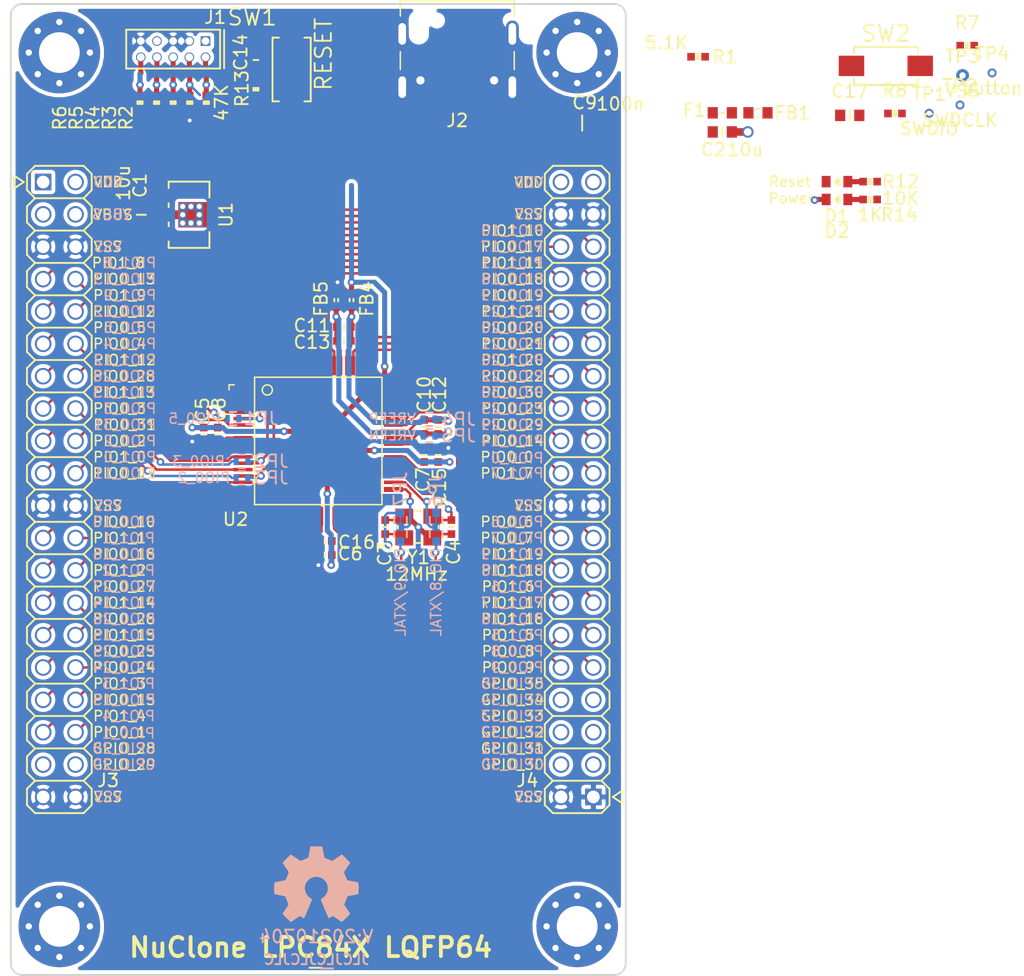
<source format=kicad_pcb>
(kicad_pcb (version 20171130) (host pcbnew 5.1.10-88a1d61d58~88~ubuntu20.10.1)
  (layers (0 F.Cu signal) (31 B.Cu signal) (34 B.Paste user) (35 F.Paste user) (36 B.SilkS user) (37 F.SilkS user) (38 B.Mask user) (39 F.Mask user) (44 Edge.Cuts user))
  (net 0 "")
  (net 1 /VBUS)
  (net 2 "Net-(F1-Pad2)")
  (net 3 /VDD)
  (net 4 "Net-(C9-Pad2)")
  (net 5 /VSS)
  (net 6 "Net-(J1-Pad7)")
  (net 7 /GPIO_28)
  (net 8 /GPIO_29)
  (net 9 /GPIO_32)
  (net 10 /GPIO_31)
  (net 11 /GPIO_30)
  (net 12 /GPIO_35)
  (net 13 /GPIO_34)
  (net 14 /GPIO_33)
  (net 15 /TMS)
  (net 16 /TCK)
  (net 17 /TDO)
  (net 18 /TDI)
  (net 19 /RESET)
  (net 20 /PIO0_6)
  (net 21 /PIO0_7)
  (net 22 /PIO1_9)
  (net 23 /PIO0_5)
  (net 24 /PIO0_4)
  (net 25 /PIO0_3)
  (net 26 /PIO0_2)
  (net 27 /PIO1_8)
  (net 28 /PIO0_1)
  (net 29 /PIO0_0)
  (net 30 /PIO0_10)
  (net 31 /PIO0_9)
  (net 32 /PIO0_8)
  (net 33 /PIO1_7)
  (net 34 /PIO1_6)
  (net 35 /PIO1_5)
  (net 36 /PIO1_4)
  (net 37 /PIO1_3)
  (net 38 /PIO1_2)
  (net 39 /PIO1_1)
  (net 40 /PIO1_0)
  (net 41 /PIO0_11)
  (net 42 /VREFN)
  (net 43 /VREFP)
  (net 44 /VSSA)
  (net 45 /VDDA)
  (net 46 "Net-(D1-Pad2)")
  (net 47 "Net-(R13-Pad2)")
  (net 48 /XTALOUT)
  (net 49 /XTALIN)
  (net 50 /PIO0_27)
  (net 51 /PIO0_15)
  (net 52 /PIO0_24)
  (net 53 /PIO0_26)
  (net 54 /PIO0_25)
  (net 55 /PIO0_16)
  (net 56 /PIO0_31)
  (net 57 /PIO0_28)
  (net 58 /PIO0_12)
  (net 59 /PIO0_13)
  (net 60 /PIO0_17)
  (net 61 /PIO0_18)
  (net 62 /PIO0_19)
  (net 63 /PIO0_20)
  (net 64 /PIO0_21)
  (net 65 /PIO0_22)
  (net 66 /PIO0_30)
  (net 67 /PIO0_23)
  (net 68 /PIO0_29)
  (net 69 /PIO0_14)
  (net 70 /PIO0_8_I)
  (net 71 /PIO0_9_I)
  (net 72 "Net-(D2-Pad2)")
  (net 73 /PIO1_15)
  (net 74 /PIO1_14)
  (net 75 /PIO1_13)
  (net 76 /PIO1_12)
  (net 77 /PIO1_20)
  (net 78 /PIO1_21)
  (net 79 /PIO1_11)
  (net 80 /PIO1_10)
  (net 81 /PIO1_19)
  (net 82 /PIO1_18)
  (net 83 /PIO1_16)
  (net 84 /PIO1_17)
  (net 85 "Net-(C17-Pad2)")
  (net 86 "Net-(J2-PadB5)")
  (net 87 "Net-(J2-PadB8)")
  (net 88 "Net-(J2-PadA8)")
  (net 89 "Net-(J2-PadA5)")
  (net 90 "Net-(J2-PadA6)")
  (net 91 "Net-(J2-PadA7)")
  (net 92 /Bootloader)
  (module SquantorTestPoints:TestPoint_hole_H04R07 (layer F.Cu) (at 137.975 66.365)
    (fp_text reference TP4 (at 0 -1.5) (layer F.SilkS))
    (fp_text value button (at 0 1.2) (layer F.SilkS))
    (pad 1 thru_hole circle (at 0 0) (size 0.7 0.7) (drill 0.4) (layers *.Cu *.Mask) (net 92 /Bootloader))
  )
  (module SquantorTestPoints:TestPoint_hole_H05R10 (layer F.Cu) (at 135.655 66.565)
    (fp_text reference TP3 (at 0 -1.5) (layer F.SilkS))
    (fp_text value VSS (at 0 1.2) (layer F.SilkS))
    (pad 1 thru_hole circle (at 0 0) (size 1 1) (drill 0.5) (layers *.Cu *.Mask) (net 5 /VSS))
  )
  (module SquantorTestPoints:TestPoint_hole_H04R07 (layer F.Cu) (at 135.455 68.885)
    (fp_text reference TP2 (at 0 -1.5) (layer F.SilkS))
    (fp_text value SWDCLK (at 0 1.2) (layer F.SilkS))
    (pad 1 thru_hole circle (at 0 0) (size 0.7 0.7) (drill 0.4) (layers *.Cu *.Mask) (net 16 /TCK))
  )
  (module SquantorTestPoints:TestPoint_hole_H04R07 (layer F.Cu) (at 133.035 69.535)
    (fp_text reference TP1 (at 0 -1.5) (layer F.SilkS))
    (fp_text value SWDIO (at 0 1.2) (layer F.SilkS))
    (pad 1 thru_hole circle (at 0 0) (size 0.7 0.7) (drill 0.4) (layers *.Cu *.Mask) (net 15 /TMS))
  )
  (module SquantorSwitches:DTSM3 (layer F.Cu) (at 129.635 65.815)
    (fp_text reference SW2 (at 0 -2.54) (layer F.SilkS) (effects (font (size 1.27 1.27))))
    (fp_text value Bootloader)
    (pad 2 smd rect (at 2.69748 0) (size 1.99898 1.59766) (layers F.Cu F.Paste F.Mask) (net 92 /Bootloader))
    (pad 1 smd rect (at -2.69748 0) (size 1.99898 1.59766) (layers F.Cu F.Paste F.Mask) (net 5 /VSS))
  )
  (module SquantorRcl:R_0402_hand (layer F.Cu) (at 130.35 69.55)
    (fp_text reference R8 (at 0 -1.8) (layer F.SilkS))
    (fp_text value 10K)
    (pad 2 smd rect (at 0.55 0) (size 0.6 0.6) (layers F.Cu F.Paste F.Mask) (net 3 /VDD))
    (pad 1 smd rect (at -0.55 0) (size 0.6 0.6) (layers F.Cu F.Paste F.Mask) (net 92 /Bootloader))
  )
  (module SquantorRcl:R_0402_hand (layer F.Cu) (at 136.02 64.23)
    (fp_text reference R7 (at 0 -1.8) (layer F.SilkS))
    (fp_text value 5.1K)
    (pad 2 smd rect (at 0.55 0) (size 0.6 0.6) (layers F.Cu F.Paste F.Mask) (net 89 "Net-(J2-PadA5)"))
    (pad 1 smd rect (at -0.55 0) (size 0.6 0.6) (layers F.Cu F.Paste F.Mask) (net 5 /VSS))
  )
  (module SquantorUsb:USB-C-HRO-31-M-12 (layer F.Cu) (at 96 68.4 180)
    (fp_text reference J2 (at 0 -1.7) (layer F.SilkS))
    (fp_text value TYPE-C-31-M-12)
    (pad "" np_thru_hole circle (at -2.89 1.445 180) (size 0.65 0.65) (drill 0.65) (layers *.Cu *.Mask))
    (pad "" np_thru_hole circle (at 2.89 1.445 180) (size 0.65 0.65) (drill 0.65) (layers *.Cu *.Mask))
    (pad S thru_hole oval (at 4.32 5.095 180) (size 1 2.1) (drill oval 0.6 1.7) (layers *.Cu *.Mask) (net 4 "Net-(C9-Pad2)"))
    (pad S thru_hole oval (at -4.32 5.095 180) (size 1 2.1) (drill oval 0.6 1.7) (layers *.Cu *.Mask) (net 4 "Net-(C9-Pad2)"))
    (pad S thru_hole oval (at 4.32 0.915 180) (size 1 2.1) (drill oval 0.6 1.7) (layers *.Cu *.Mask) (net 4 "Net-(C9-Pad2)"))
    (pad S thru_hole oval (at -4.32 0.915 180) (size 1 2.1) (drill oval 0.6 1.7) (layers *.Cu *.Mask) (net 4 "Net-(C9-Pad2)"))
    (pad B1A12 smd rect (at 3.25 0 180) (size 0.6 1.45) (layers F.Cu F.Paste F.Mask) (net 5 /VSS))
    (pad A1B12 smd rect (at -3.25 0 180) (size 0.6 1.45) (layers F.Cu F.Paste F.Mask) (net 5 /VSS))
    (pad B4A9 smd rect (at 2.45 0 180) (size 0.6 1.45) (layers F.Cu F.Paste F.Mask) (net 85 "Net-(C17-Pad2)"))
    (pad A4B9 smd rect (at -2.45 0 180) (size 0.6 1.45) (layers F.Cu F.Paste F.Mask) (net 85 "Net-(C17-Pad2)"))
    (pad B5 smd rect (at 1.75 0 180) (size 0.3 1.45) (layers F.Cu F.Paste F.Mask) (net 86 "Net-(J2-PadB5)"))
    (pad B8 smd rect (at -1.75 0 180) (size 0.3 1.45) (layers F.Cu F.Paste F.Mask) (net 87 "Net-(J2-PadB8)"))
    (pad A8 smd rect (at 1.25 0 180) (size 0.3 1.45) (layers F.Cu F.Paste F.Mask) (net 88 "Net-(J2-PadA8)"))
    (pad A5 smd rect (at -1.25 0 180) (size 0.3 1.45) (layers F.Cu F.Paste F.Mask) (net 89 "Net-(J2-PadA5)"))
    (pad B6 smd rect (at 0.75 0 180) (size 0.3 1.45) (layers F.Cu F.Paste F.Mask) (net 90 "Net-(J2-PadA6)"))
    (pad B7 smd rect (at -0.75 0 180) (size 0.3 1.45) (layers F.Cu F.Paste F.Mask) (net 91 "Net-(J2-PadA7)"))
    (pad A7 smd rect (at 0.25 0 180) (size 0.3 1.45) (layers F.Cu F.Paste F.Mask) (net 91 "Net-(J2-PadA7)"))
    (pad A6 smd rect (at -0.25 0 180) (size 0.3 1.45) (layers F.Cu F.Paste F.Mask) (net 90 "Net-(J2-PadA6)"))
  )
  (module SquantorRcl:C_0603 (layer F.Cu) (at 126.8 69.7)
    (fp_text reference C17 (at 0 -1.9) (layer F.SilkS))
    (fp_text value 1u)
    (pad 2 smd rect (at 0.75 0) (size 0.8 0.9) (layers F.Cu F.Paste F.Mask) (net 85 "Net-(C17-Pad2)"))
    (pad 1 smd rect (at -0.75 0) (size 0.8 0.9) (layers F.Cu F.Paste F.Mask) (net 5 /VSS))
  )
  (module SquantorIC:SOT314-2 (layer F.Cu) (at 85.09 95.25)
    (fp_text reference U2 (at -6.49 6.15) (layer F.SilkS))
    (fp_text value LPC845M301BD64)
    (pad 64 smd rect (at -3.81 -5.9 270) (size 1.5 0.4) (layers F.Cu F.Paste F.Mask) (net 80 /PIO1_10))
    (pad 63 smd rect (at -3.25 -5.9 270) (size 1.5 0.28) (layers F.Cu F.Paste F.Mask) (net 60 /PIO0_17))
    (pad 62 smd rect (at -2.75 -5.9 270) (size 1.5 0.28) (layers F.Cu F.Paste F.Mask) (net 79 /PIO1_11))
    (pad 61 smd rect (at -2.25 -5.9 270) (size 1.5 0.28) (layers F.Cu F.Paste F.Mask) (net 61 /PIO0_18))
    (pad 60 smd rect (at -1.75 -5.9 270) (size 1.5 0.28) (layers F.Cu F.Paste F.Mask) (net 62 /PIO0_19))
    (pad 59 smd rect (at -1.25 -5.9 270) (size 1.5 0.28) (layers F.Cu F.Paste F.Mask) (net 78 /PIO1_21))
    (pad 58 smd rect (at -0.75 -5.9 270) (size 1.5 0.28) (layers F.Cu F.Paste F.Mask) (net 63 /PIO0_20))
    (pad 57 smd rect (at -0.25 -5.9 270) (size 1.5 0.28) (layers F.Cu F.Paste F.Mask) (net 64 /PIO0_21))
    (pad 56 smd rect (at 0.25 -5.9 270) (size 1.5 0.28) (layers F.Cu F.Paste F.Mask) (net 77 /PIO1_20))
    (pad 55 smd rect (at 0.75 -5.9 270) (size 1.5 0.28) (layers F.Cu F.Paste F.Mask) (net 65 /PIO0_22))
    (pad 54 smd rect (at 1.25 -5.9 270) (size 1.5 0.28) (layers F.Cu F.Paste F.Mask) (net 66 /PIO0_30))
    (pad 53 smd rect (at 1.75 -5.9 270) (size 1.5 0.28) (layers F.Cu F.Paste F.Mask) (net 44 /VSSA))
    (pad 52 smd rect (at 2.25 -5.9 270) (size 1.5 0.28) (layers F.Cu F.Paste F.Mask) (net 45 /VDDA))
    (pad 51 smd rect (at 2.75 -5.9 270) (size 1.5 0.28) (layers F.Cu F.Paste F.Mask) (net 67 /PIO0_23))
    (pad 50 smd rect (at 3.25 -5.9 270) (size 1.5 0.28) (layers F.Cu F.Paste F.Mask) (net 68 /PIO0_29))
    (pad 49 smd rect (at 3.81 -5.9 270) (size 1.5 0.4) (layers F.Cu F.Paste F.Mask) (net 69 /PIO0_14))
    (pad 48 smd rect (at 5.9 -3.81 180) (size 1.5 0.4) (layers F.Cu F.Paste F.Mask) (net 29 /PIO0_0))
    (pad 47 smd rect (at 5.9 -3.25 180) (size 1.5 0.28) (layers F.Cu F.Paste F.Mask) (net 33 /PIO1_7))
    (pad 46 smd rect (at 5.9 -2.75 180) (size 1.5 0.28) (layers F.Cu F.Paste F.Mask) (net 20 /PIO0_6))
    (pad 45 smd rect (at 5.9 -2.25 180) (size 1.5 0.28) (layers F.Cu F.Paste F.Mask) (net 21 /PIO0_7))
    (pad 44 smd rect (at 5.9 -1.75 180) (size 1.5 0.28) (layers F.Cu F.Paste F.Mask) (net 81 /PIO1_19))
    (pad 43 smd rect (at 5.9 -1.25 180) (size 1.5 0.28) (layers F.Cu F.Paste F.Mask) (net 82 /PIO1_18))
    (pad 42 smd rect (at 5.9 -0.75 180) (size 1.5 0.28) (layers F.Cu F.Paste F.Mask) (net 43 /VREFP))
    (pad 41 smd rect (at 5.9 -0.25 180) (size 1.5 0.28) (layers F.Cu F.Paste F.Mask) (net 42 /VREFN))
    (pad 40 smd rect (at 5.9 0.25 180) (size 1.5 0.28) (layers F.Cu F.Paste F.Mask) (net 5 /VSS))
    (pad 39 smd rect (at 5.9 0.75 180) (size 1.5 0.28) (layers F.Cu F.Paste F.Mask) (net 3 /VDD))
    (pad 38 smd rect (at 5.9 1.25 180) (size 1.5 0.28) (layers F.Cu F.Paste F.Mask) (net 34 /PIO1_6))
    (pad 37 smd rect (at 5.9 1.75 180) (size 1.5 0.28) (layers F.Cu F.Paste F.Mask) (net 84 /PIO1_17))
    (pad 36 smd rect (at 5.9 2.25 180) (size 1.5 0.28) (layers F.Cu F.Paste F.Mask) (net 83 /PIO1_16))
    (pad 35 smd rect (at 5.9 2.75 180) (size 1.5 0.28) (layers F.Cu F.Paste F.Mask) (net 35 /PIO1_5))
    (pad 34 smd rect (at 5.9 3.25 180) (size 1.5 0.28) (layers F.Cu F.Paste F.Mask) (net 70 /PIO0_8_I))
    (pad 33 smd rect (at 5.9 3.81 180) (size 1.5 0.4) (layers F.Cu F.Paste F.Mask) (net 71 /PIO0_9_I))
    (pad 32 smd rect (at 3.81 5.9 90) (size 1.5 0.4) (layers F.Cu F.Paste F.Mask) (net 28 /PIO0_1))
    (pad 31 smd rect (at 3.25 5.9 90) (size 1.5 0.28) (layers F.Cu F.Paste F.Mask) (net 36 /PIO1_4))
    (pad 30 smd rect (at 2.75 5.9 90) (size 1.5 0.28) (layers F.Cu F.Paste F.Mask) (net 51 /PIO0_15))
    (pad 29 smd rect (at 2.25 5.9 90) (size 1.5 0.28) (layers F.Cu F.Paste F.Mask) (net 37 /PIO1_3))
    (pad 28 smd rect (at 1.75 5.9 90) (size 1.5 0.28) (layers F.Cu F.Paste F.Mask) (net 52 /PIO0_24))
    (pad 27 smd rect (at 1.25 5.9 90) (size 1.5 0.28) (layers F.Cu F.Paste F.Mask) (net 54 /PIO0_25))
    (pad 26 smd rect (at 0.75 5.9 90) (size 1.5 0.28) (layers F.Cu F.Paste F.Mask) (net 3 /VDD))
    (pad 25 smd rect (at 0.25 5.9 90) (size 1.5 0.28) (layers F.Cu F.Paste F.Mask) (net 5 /VSS))
    (pad 24 smd rect (at -0.25 5.9 90) (size 1.5 0.28) (layers F.Cu F.Paste F.Mask) (net 73 /PIO1_15))
    (pad 23 smd rect (at -0.75 5.9 90) (size 1.5 0.28) (layers F.Cu F.Paste F.Mask) (net 53 /PIO0_26))
    (pad 22 smd rect (at -1.25 5.9 90) (size 1.5 0.28) (layers F.Cu F.Paste F.Mask) (net 74 /PIO1_14))
    (pad 21 smd rect (at -1.75 5.9 90) (size 1.5 0.28) (layers F.Cu F.Paste F.Mask) (net 50 /PIO0_27))
    (pad 20 smd rect (at -2.25 5.9 90) (size 1.5 0.28) (layers F.Cu F.Paste F.Mask) (net 38 /PIO1_2))
    (pad 19 smd rect (at -2.75 5.9 90) (size 1.5 0.28) (layers F.Cu F.Paste F.Mask) (net 55 /PIO0_16))
    (pad 18 smd rect (at -3.25 5.9 90) (size 1.5 0.28) (layers F.Cu F.Paste F.Mask) (net 39 /PIO1_1))
    (pad 17 smd rect (at -3.81 5.9 90) (size 1.5 0.4) (layers F.Cu F.Paste F.Mask) (net 30 /PIO0_10))
    (pad 16 smd rect (at -5.9 3.81) (size 1.5 0.4) (layers F.Cu F.Paste F.Mask) (net 41 /PIO0_11))
    (pad 15 smd rect (at -5.9 3.25) (size 1.5 0.28) (layers F.Cu F.Paste F.Mask) (net 40 /PIO1_0))
    (pad 14 smd rect (at -5.9 2.75) (size 1.5 0.28) (layers F.Cu F.Paste F.Mask) (net 15 /TMS))
    (pad 13 smd rect (at -5.9 2.25) (size 1.5 0.28) (layers F.Cu F.Paste F.Mask) (net 56 /PIO0_31))
    (pad 12 smd rect (at -5.9 1.75) (size 1.5 0.28) (layers F.Cu F.Paste F.Mask) (net 16 /TCK))
    (pad 11 smd rect (at -5.9 1.25) (size 1.5 0.28) (layers F.Cu F.Paste F.Mask) (net 75 /PIO1_13))
    (pad 10 smd rect (at -5.9 0.75) (size 1.5 0.28) (layers F.Cu F.Paste F.Mask) (net 57 /PIO0_28))
    (pad 9 smd rect (at -5.9 0.25) (size 1.5 0.28) (layers F.Cu F.Paste F.Mask) (net 76 /PIO1_12))
    (pad 8 smd rect (at -5.9 -0.25) (size 1.5 0.28) (layers F.Cu F.Paste F.Mask) (net 5 /VSS))
    (pad 7 smd rect (at -5.9 -0.75) (size 1.5 0.28) (layers F.Cu F.Paste F.Mask) (net 3 /VDD))
    (pad 6 smd rect (at -5.9 -1.25) (size 1.5 0.28) (layers F.Cu F.Paste F.Mask) (net 24 /PIO0_4))
    (pad 5 smd rect (at -5.9 -1.75) (size 1.5 0.28) (layers F.Cu F.Paste F.Mask) (net 19 /RESET))
    (pad 4 smd rect (at -5.9 -2.25) (size 1.5 0.28) (layers F.Cu F.Paste F.Mask) (net 58 /PIO0_12))
    (pad 3 smd rect (at -5.9 -2.75) (size 1.5 0.28) (layers F.Cu F.Paste F.Mask) (net 22 /PIO1_9))
    (pad 2 smd rect (at -5.9 -3.25) (size 1.5 0.28) (layers F.Cu F.Paste F.Mask) (net 59 /PIO0_13))
    (pad 1 smd rect (at -5.9 -3.81) (size 1.5 0.4) (layers F.Cu F.Paste F.Mask) (net 27 /PIO1_8))
  )
  (module SquantorConnectorsNamed:nuclone_medium_right (layer F.Cu) (at 105.41 99.06 90)
    (fp_text reference J4 (at -22.84 -3.91 180) (layer F.SilkS))
    (fp_text value nuclone_small_right)
    (fp_text user VDD (at 24.1 -3.8) (layer F.SilkS) (effects (font (size 0.8 0.8) (thickness 0.12))))
    (fp_text user VSS (at 21.6 -3.8) (layer F.SilkS) (effects (font (size 0.8 0.8) (thickness 0.12))))
    (fp_text user VSS (at -1.27 -3.81 180) (layer F.SilkS) (effects (font (size 0.8 0.8) (thickness 0.12))))
    (fp_text user PIO0_18 (at 16.51 -5.08 180) (layer F.SilkS) (effects (font (size 0.8 0.8) (thickness 0.12))))
    (fp_text user PIO0_20 (at 12.7 -5.08 180) (layer F.SilkS) (effects (font (size 0.8 0.8) (thickness 0.12))))
    (fp_text user PIO0_23 (at 6.35 -5.08 180) (layer F.SilkS) (effects (font (size 0.8 0.8) (thickness 0.12))))
    (fp_text user PIO0_19 (at 15.24 -5.08 180) (layer F.SilkS) (effects (font (size 0.8 0.8) (thickness 0.12))))
    (fp_text user PIO1_7 (at 1.27 -5.51 180) (layer F.SilkS) (effects (font (size 0.8 0.8) (thickness 0.12))))
    (fp_text user PIO0_17 (at 19.05 -5.11 180) (layer F.SilkS) (effects (font (size 0.8 0.8) (thickness 0.12))))
    (fp_text user PIO0_14 (at 3.81 -5.08 180) (layer F.SilkS) (effects (font (size 0.8 0.8) (thickness 0.12))))
    (fp_text user PIO1_20 (at 10.16 -5.08 180) (layer F.SilkS) (effects (font (size 0.8 0.8) (thickness 0.12))))
    (fp_text user PIO0_30 (at 7.62 -5.08 180) (layer F.SilkS) (effects (font (size 0.8 0.8) (thickness 0.12))))
    (fp_text user PIO0_21 (at 11.43 -5.08 180) (layer F.SilkS) (effects (font (size 0.8 0.8) (thickness 0.12))))
    (fp_text user PIO1_21 (at 13.97 -5.08 180) (layer F.SilkS) (effects (font (size 0.8 0.8) (thickness 0.12))))
    (fp_text user PIO0_29 (at 5.08 -5.08 180) (layer F.SilkS) (effects (font (size 0.8 0.8) (thickness 0.12))))
    (fp_text user PIO0_0 (at 2.54 -5.51 180) (layer F.SilkS) (effects (font (size 0.8 0.8) (thickness 0.12))))
    (fp_text user PIO0_22 (at 8.89 -5.08 180) (layer F.SilkS) (effects (font (size 0.8 0.8) (thickness 0.12))))
    (fp_text user PIO1_10 (at 20.32 -5.08 180) (layer F.SilkS) (effects (font (size 0.8 0.8) (thickness 0.12))))
    (fp_text user PIO1_11 (at 17.78 -5.08 180) (layer F.SilkS) (effects (font (size 0.8 0.8) (thickness 0.12))))
    (fp_text user PIO0_6 (at -2.54 -5.51 180) (layer F.SilkS) (effects (font (size 0.8 0.8) (thickness 0.12))))
    (fp_text user PIO0_7 (at -3.81 -5.51 180) (layer F.SilkS) (effects (font (size 0.8 0.8) (thickness 0.12))))
    (fp_text user PIO1_19 (at -5.08 -5.08 180) (layer F.SilkS) (effects (font (size 0.8 0.8) (thickness 0.12))))
    (fp_text user PIO1_18 (at -6.35 -5.08 180) (layer F.SilkS) (effects (font (size 0.8 0.8) (thickness 0.12))))
    (fp_text user PIO1_6 (at -7.62 -5.41 180) (layer F.SilkS) (effects (font (size 0.8 0.8) (thickness 0.12))))
    (fp_text user PIO1_17 (at -8.89 -5.08 180) (layer F.SilkS) (effects (font (size 0.8 0.8) (thickness 0.12))))
    (fp_text user PIO1_16 (at -10.16 -5.08 180) (layer F.SilkS) (effects (font (size 0.8 0.8) (thickness 0.12))))
    (fp_text user PIO1_5 (at -11.43 -5.41 180) (layer F.SilkS) (effects (font (size 0.8 0.8) (thickness 0.12))))
    (fp_text user PIO0_8 (at -12.7 -5.41 180) (layer F.SilkS) (effects (font (size 0.8 0.8) (thickness 0.12))))
    (fp_text user PIO0_9 (at -13.97 -5.41 180) (layer F.SilkS) (effects (font (size 0.8 0.8) (thickness 0.12))))
    (fp_text user GPIO_35 (at -15.24 -5.08 180) (layer F.SilkS) (effects (font (size 0.8 0.8) (thickness 0.12))))
    (fp_text user GPIO_34 (at -16.51 -5.08 180) (layer F.SilkS) (effects (font (size 0.8 0.8) (thickness 0.12))))
    (fp_text user GPIO_33 (at -17.78 -5.08 180) (layer F.SilkS) (effects (font (size 0.8 0.8) (thickness 0.12))))
    (fp_text user GPIO_32 (at -19.05 -5.08 180) (layer F.SilkS) (effects (font (size 0.8 0.8) (thickness 0.12))))
    (fp_text user GPIO_31 (at -20.32 -5.08 180) (layer F.SilkS) (effects (font (size 0.8 0.8) (thickness 0.12))))
    (fp_text user GPIO_30 (at -21.59 -5.08 180) (layer F.SilkS) (effects (font (size 0.8 0.8) (thickness 0.12))))
    (fp_text user VSS (at -24.13 -3.81 180) (layer F.SilkS) (effects (font (size 0.8 0.8) (thickness 0.12))))
    (fp_text user PIO0_6 (at -2.54 -4.71 180) (layer B.SilkS) (effects (font (size 0.8 0.8) (thickness 0.12)) (justify mirror)))
    (fp_text user PIO0_7 (at -3.81 -4.71 180) (layer B.SilkS) (effects (font (size 0.8 0.8) (thickness 0.12)) (justify mirror)))
    (fp_text user VSS (at -24.13 -3.8 180) (layer B.SilkS) (effects (font (size 0.8 0.8) (thickness 0.12)) (justify mirror)))
    (fp_text user PIO1_5 (at -11.44 -4.71 180) (layer B.SilkS) (effects (font (size 0.8 0.8) (thickness 0.12)) (justify mirror)))
    (fp_text user PIO0_9 (at -13.97 -4.71 180) (layer B.SilkS) (effects (font (size 0.8 0.8) (thickness 0.12)) (justify mirror)))
    (fp_text user GPIO_34 (at -16.51 -5.08 180) (layer B.SilkS) (effects (font (size 0.8 0.8) (thickness 0.12)) (justify mirror)))
    (fp_text user PIO1_18 (at -6.35 -5.08 180) (layer B.SilkS) (effects (font (size 0.8 0.8) (thickness 0.12)) (justify mirror)))
    (fp_text user PIO1_17 (at -8.89 -5.08 180) (layer B.SilkS) (effects (font (size 0.8 0.8) (thickness 0.12)) (justify mirror)))
    (fp_text user GPIO_32 (at -19.05 -5.08 180) (layer B.SilkS) (effects (font (size 0.8 0.8) (thickness 0.12)) (justify mirror)))
    (fp_text user GPIO_30 (at -21.59 -5.08 180) (layer B.SilkS) (effects (font (size 0.8 0.8) (thickness 0.12)) (justify mirror)))
    (fp_text user PIO1_19 (at -5.08 -5.08 180) (layer B.SilkS) (effects (font (size 0.8 0.8) (thickness 0.12)) (justify mirror)))
    (fp_text user PIO1_6 (at -7.63 -4.71 180) (layer B.SilkS) (effects (font (size 0.8 0.8) (thickness 0.12)) (justify mirror)))
    (fp_text user PIO1_16 (at -10.16 -5.08 180) (layer B.SilkS) (effects (font (size 0.8 0.8) (thickness 0.12)) (justify mirror)))
    (fp_text user PIO0_8 (at -12.7 -4.71 180) (layer B.SilkS) (effects (font (size 0.8 0.8) (thickness 0.12)) (justify mirror)))
    (fp_text user GPIO_35 (at -15.24 -5.08 180) (layer B.SilkS) (effects (font (size 0.8 0.8) (thickness 0.12)) (justify mirror)))
    (fp_text user GPIO_33 (at -17.78 -5.08 180) (layer B.SilkS) (effects (font (size 0.8 0.8) (thickness 0.12)) (justify mirror)))
    (fp_text user GPIO_31 (at -20.33 -5.08 180) (layer B.SilkS) (effects (font (size 0.8 0.8) (thickness 0.12)) (justify mirror)))
    (fp_text user VSS (at -1.27 -3.81 180) (layer B.SilkS) (effects (font (size 0.8 0.8) (thickness 0.12)) (justify mirror)))
    (fp_text user PIO1_21 (at 13.97 -5.08 180) (layer B.SilkS) (effects (font (size 0.8 0.8) (thickness 0.12)) (justify mirror)))
    (fp_text user PIO0_21 (at 11.43 -5.08 180) (layer B.SilkS) (effects (font (size 0.8 0.8) (thickness 0.12)) (justify mirror)))
    (fp_text user PIO0_22 (at 8.89 -5.08 180) (layer B.SilkS) (effects (font (size 0.8 0.8) (thickness 0.12)) (justify mirror)))
    (fp_text user PIO0_17 (at 19.06 -5.11 180) (layer B.SilkS) (effects (font (size 0.8 0.8) (thickness 0.12)) (justify mirror)))
    (fp_text user PIO0_18 (at 16.51 -5.08 180) (layer B.SilkS) (effects (font (size 0.8 0.8) (thickness 0.12)) (justify mirror)))
    (fp_text user PIO0_23 (at 6.35 -5.08 180) (layer B.SilkS) (effects (font (size 0.8 0.8) (thickness 0.12)) (justify mirror)))
    (fp_text user PIO0_14 (at 3.81 -5.08 180) (layer B.SilkS) (effects (font (size 0.8 0.8) (thickness 0.12)) (justify mirror)))
    (fp_text user PIO1_7 (at 1.27 -4.71 180) (layer B.SilkS) (effects (font (size 0.8 0.8) (thickness 0.12)) (justify mirror)))
    (fp_text user VDD (at 24.1 -3.8 180) (layer B.SilkS) (effects (font (size 0.8 0.8) (thickness 0.12)) (justify mirror)))
    (fp_text user PIO1_10 (at 20.32 -5.08 180) (layer B.SilkS) (effects (font (size 0.8 0.8) (thickness 0.12)) (justify mirror)))
    (fp_text user PIO1_11 (at 17.78 -5.11 180) (layer B.SilkS) (effects (font (size 0.8 0.8) (thickness 0.12)) (justify mirror)))
    (fp_text user PIO0_19 (at 15.24 -5.08 180) (layer B.SilkS) (effects (font (size 0.8 0.8) (thickness 0.12)) (justify mirror)))
    (fp_text user PIO0_20 (at 12.7 -5.08 180) (layer B.SilkS) (effects (font (size 0.8 0.8) (thickness 0.12)) (justify mirror)))
    (fp_text user PIO1_20 (at 10.16 -5.08 180) (layer B.SilkS) (effects (font (size 0.8 0.8) (thickness 0.12)) (justify mirror)))
    (fp_text user PIO0_30 (at 7.62 -5.08 180) (layer B.SilkS) (effects (font (size 0.8 0.8) (thickness 0.12)) (justify mirror)))
    (fp_text user PIO0_29 (at 5.08 -5.08 180) (layer B.SilkS) (effects (font (size 0.8 0.8) (thickness 0.12)) (justify mirror)))
    (fp_text user PIO0_0 (at 2.46 -4.71 180) (layer B.SilkS) (effects (font (size 0.8 0.8) (thickness 0.12)) (justify mirror)))
    (fp_text user VSS (at 21.6 -3.8 180) (layer B.SilkS) (effects (font (size 0.8 0.8) (thickness 0.12)) (justify mirror)))
    (pad 5 thru_hole circle (at -19.05 1.27 90) (size 1.3 1.3) (drill 1) (layers *.Cu *.Mask) (net 9 /GPIO_32))
    (pad 4 thru_hole circle (at -21.59 -1.27 90) (size 1.3 1.3) (drill 1) (layers *.Cu *.Mask) (net 10 /GPIO_31))
    (pad 3 thru_hole circle (at -21.59 1.27 90) (size 1.3 1.3) (drill 1) (layers *.Cu *.Mask) (net 11 /GPIO_30))
    (pad 2 thru_hole circle (at -24.13 -1.27 90) (size 1.3 1.3) (drill 1) (layers *.Cu *.Mask) (net 5 /VSS))
    (pad 1 thru_hole rect (at -24.13 1.27 90) (size 1.3 1.3) (drill 1) (layers *.Cu *.Mask) (net 5 /VSS))
    (pad 14 thru_hole circle (at -8.89 -1.27 90) (size 1.3 1.3) (drill 1) (layers *.Cu *.Mask) (net 84 /PIO1_17))
    (pad 13 thru_hole circle (at -8.89 1.27 90) (size 1.3 1.3) (drill 1) (layers *.Cu *.Mask) (net 34 /PIO1_6))
    (pad 12 thru_hole circle (at -11.43 -1.27 90) (size 1.3 1.3) (drill 1) (layers *.Cu *.Mask) (net 35 /PIO1_5))
    (pad 11 thru_hole circle (at -11.43 1.27 90) (size 1.3 1.3) (drill 1) (layers *.Cu *.Mask) (net 83 /PIO1_16))
    (pad 10 thru_hole circle (at -13.97 -1.27 90) (size 1.3 1.3) (drill 1) (layers *.Cu *.Mask) (net 31 /PIO0_9))
    (pad 9 thru_hole circle (at -13.97 1.27 90) (size 1.3 1.3) (drill 1) (layers *.Cu *.Mask) (net 32 /PIO0_8))
    (pad 8 thru_hole circle (at -16.51 -1.27 90) (size 1.3 1.3) (drill 1) (layers *.Cu *.Mask) (net 12 /GPIO_35))
    (pad 7 thru_hole circle (at -16.51 1.27 90) (size 1.3 1.3) (drill 1) (layers *.Cu *.Mask) (net 13 /GPIO_34))
    (pad 6 thru_hole circle (at -19.05 -1.27 90) (size 1.3 1.3) (drill 1) (layers *.Cu *.Mask) (net 14 /GPIO_33))
    (pad 20 thru_hole circle (at -1.27 -1.27 90) (size 1.3 1.3) (drill 1) (layers *.Cu *.Mask) (net 5 /VSS))
    (pad 19 thru_hole circle (at -1.27 1.27 90) (size 1.3 1.3) (drill 1) (layers *.Cu *.Mask) (net 5 /VSS))
    (pad 18 thru_hole circle (at -3.81 -1.27 90) (size 1.3 1.3) (drill 1) (layers *.Cu *.Mask) (net 21 /PIO0_7))
    (pad 17 thru_hole circle (at -3.81 1.27 90) (size 1.3 1.3) (drill 1) (layers *.Cu *.Mask) (net 20 /PIO0_6))
    (pad 16 thru_hole circle (at -6.35 -1.27 90) (size 1.3 1.3) (drill 1) (layers *.Cu *.Mask) (net 82 /PIO1_18))
    (pad 15 thru_hole circle (at -6.35 1.27 90) (size 1.3 1.3) (drill 1) (layers *.Cu *.Mask) (net 81 /PIO1_19))
    (pad 40 thru_hole circle (at 24.13 -1.27 90) (size 1.3 1.3) (drill 1) (layers *.Cu *.Mask) (net 3 /VDD))
    (pad 39 thru_hole circle (at 24.13 1.27 90) (size 1.3 1.3) (drill 1) (layers *.Cu *.Mask) (net 3 /VDD))
    (pad 38 thru_hole circle (at 21.59 -1.27 90) (size 1.3 1.3) (drill 1) (layers *.Cu *.Mask) (net 5 /VSS))
    (pad 37 thru_hole circle (at 21.59 1.27 90) (size 1.3 1.3) (drill 1) (layers *.Cu *.Mask) (net 5 /VSS))
    (pad 36 thru_hole circle (at 19.05 -1.27 90) (size 1.3 1.3) (drill 1) (layers *.Cu *.Mask) (net 60 /PIO0_17))
    (pad 35 thru_hole circle (at 19.05 1.27 90) (size 1.3 1.3) (drill 1) (layers *.Cu *.Mask) (net 80 /PIO1_10))
    (pad 34 thru_hole circle (at 16.51 -1.27 90) (size 1.3 1.3) (drill 1) (layers *.Cu *.Mask) (net 61 /PIO0_18))
    (pad 33 thru_hole circle (at 16.51 1.27 90) (size 1.3 1.3) (drill 1) (layers *.Cu *.Mask) (net 79 /PIO1_11))
    (pad 32 thru_hole circle (at 13.97 -1.27 90) (size 1.3 1.3) (drill 1) (layers *.Cu *.Mask) (net 78 /PIO1_21))
    (pad 31 thru_hole circle (at 13.97 1.27 90) (size 1.3 1.3) (drill 1) (layers *.Cu *.Mask) (net 62 /PIO0_19))
    (pad 30 thru_hole circle (at 11.43 -1.27 90) (size 1.3 1.3) (drill 1) (layers *.Cu *.Mask) (net 64 /PIO0_21))
    (pad 29 thru_hole circle (at 11.43 1.27 90) (size 1.3 1.3) (drill 1) (layers *.Cu *.Mask) (net 63 /PIO0_20))
    (pad 28 thru_hole circle (at 8.89 -1.27 90) (size 1.3 1.3) (drill 1) (layers *.Cu *.Mask) (net 65 /PIO0_22))
    (pad 27 thru_hole circle (at 8.89 1.27 90) (size 1.3 1.3) (drill 1) (layers *.Cu *.Mask) (net 77 /PIO1_20))
    (pad 26 thru_hole circle (at 6.35 -1.27 90) (size 1.3 1.3) (drill 1) (layers *.Cu *.Mask) (net 67 /PIO0_23))
    (pad 25 thru_hole circle (at 6.35 1.27 90) (size 1.3 1.3) (drill 1) (layers *.Cu *.Mask) (net 66 /PIO0_30))
    (pad 24 thru_hole circle (at 3.81 -1.27 90) (size 1.3 1.3) (drill 1) (layers *.Cu *.Mask) (net 69 /PIO0_14))
    (pad 23 thru_hole circle (at 3.81 1.27 90) (size 1.3 1.3) (drill 1) (layers *.Cu *.Mask) (net 68 /PIO0_29))
    (pad 22 thru_hole circle (at 1.27 -1.27 90) (size 1.3 1.3) (drill 1) (layers *.Cu *.Mask) (net 33 /PIO1_7))
    (pad 21 thru_hole circle (at 1.27 1.27 90) (size 1.3 1.3) (drill 1) (layers *.Cu *.Mask) (net 29 /PIO0_0))
  )
  (module SquantorConnectorsNamed:nuclone_medium_left (layer F.Cu) (at 64.77 99.06 270)
    (fp_text reference J3 (at 22.84 -3.83 180) (layer F.SilkS))
    (fp_text value nuclone_small_left)
    (fp_text user VSS (at 24.13 -3.81) (layer F.SilkS) (effects (font (size 0.8 0.8) (thickness 0.12))))
    (fp_text user GPIO_29 (at 21.59 -5.08) (layer F.SilkS) (effects (font (size 0.8 0.8) (thickness 0.12))))
    (fp_text user GPIO_28 (at 20.32 -5.08) (layer F.SilkS) (effects (font (size 0.8 0.8) (thickness 0.12))))
    (fp_text user PIO0_1 (at 19.05 -4.73) (layer F.SilkS) (effects (font (size 0.8 0.8) (thickness 0.12))))
    (fp_text user PIO1_4 (at 17.78 -4.73) (layer F.SilkS) (effects (font (size 0.8 0.8) (thickness 0.12))))
    (fp_text user PIO0_15 (at 16.51 -5.08) (layer F.SilkS) (effects (font (size 0.8 0.8) (thickness 0.12))))
    (fp_text user PIO1_3 (at 15.24 -4.73) (layer F.SilkS) (effects (font (size 0.8 0.8) (thickness 0.12))))
    (fp_text user PIO0_24 (at 13.97 -5.08) (layer F.SilkS) (effects (font (size 0.8 0.8) (thickness 0.12))))
    (fp_text user PIO0_25 (at 12.7 -5.08) (layer F.SilkS) (effects (font (size 0.8 0.8) (thickness 0.12))))
    (fp_text user PIO1_15 (at 11.43 -5.08) (layer F.SilkS) (effects (font (size 0.8 0.8) (thickness 0.12))))
    (fp_text user PIO0_26 (at 10.16 -5.08) (layer F.SilkS) (effects (font (size 0.8 0.8) (thickness 0.12))))
    (fp_text user PIO1_14 (at 8.89 -5.08) (layer F.SilkS) (effects (font (size 0.8 0.8) (thickness 0.12))))
    (fp_text user PIO0_27 (at 7.62 -5.08) (layer F.SilkS) (effects (font (size 0.8 0.8) (thickness 0.12))))
    (fp_text user PIO1_2 (at 6.35 -4.73) (layer F.SilkS) (effects (font (size 0.8 0.8) (thickness 0.12))))
    (fp_text user PIO0_16 (at 5.08 -5.08) (layer F.SilkS) (effects (font (size 0.8 0.8) (thickness 0.12))))
    (fp_text user PIO1_1 (at 3.81 -4.73) (layer F.SilkS) (effects (font (size 0.8 0.8) (thickness 0.12))))
    (fp_text user PIO0_10 (at 2.54 -5.08) (layer F.SilkS) (effects (font (size 0.8 0.8) (thickness 0.12))))
    (fp_text user VSS (at 1.27 -3.81 180) (layer F.SilkS) (effects (font (size 0.8 0.8) (thickness 0.12))))
    (fp_text user PIO0_11 (at -1.27 -5.08) (layer F.SilkS) (effects (font (size 0.8 0.8) (thickness 0.12))))
    (fp_text user PIO1_0 (at -2.54 -4.73) (layer F.SilkS) (effects (font (size 0.8 0.8) (thickness 0.12))))
    (fp_text user PIO0_2 (at -3.81 -4.73) (layer F.SilkS) (effects (font (size 0.8 0.8) (thickness 0.12))))
    (fp_text user PIO0_31 (at -5.08 -5.13) (layer F.SilkS) (effects (font (size 0.8 0.8) (thickness 0.12))))
    (fp_text user PIO0_3 (at -6.35 -4.73) (layer F.SilkS) (effects (font (size 0.8 0.8) (thickness 0.12))))
    (fp_text user PIO1_13 (at -7.62 -5.08) (layer F.SilkS) (effects (font (size 0.8 0.8) (thickness 0.12))))
    (fp_text user PIO0_28 (at -8.89 -5.08) (layer F.SilkS) (effects (font (size 0.8 0.8) (thickness 0.12))))
    (fp_text user PIO1_12 (at -10.16 -5.13) (layer F.SilkS) (effects (font (size 0.8 0.8) (thickness 0.12))))
    (fp_text user PIO0_4 (at -11.43 -4.73) (layer F.SilkS) (effects (font (size 0.8 0.8) (thickness 0.12))))
    (fp_text user PIO0_5 (at -12.7 -4.73) (layer F.SilkS) (effects (font (size 0.8 0.8) (thickness 0.12))))
    (fp_text user PIO0_12 (at -13.97 -5.08) (layer F.SilkS) (effects (font (size 0.8 0.8) (thickness 0.12))))
    (fp_text user PIO1_9 (at -15.24 -4.73) (layer F.SilkS) (effects (font (size 0.8 0.8) (thickness 0.12))))
    (fp_text user PIO0_13 (at -16.51 -5.08) (layer F.SilkS) (effects (font (size 0.8 0.8) (thickness 0.12))))
    (fp_text user PIO1_8 (at -17.78 -4.63) (layer F.SilkS) (effects (font (size 0.8 0.8) (thickness 0.12))))
    (fp_text user VSS (at -19.05 -3.8) (layer F.SilkS) (effects (font (size 0.8 0.8) (thickness 0.12))))
    (fp_text user VBUS (at -21.56 -4.23 180) (layer F.SilkS) (effects (font (size 0.8 0.8) (thickness 0.12))))
    (fp_text user VDD (at -24.13 -3.83 180) (layer F.SilkS) (effects (font (size 0.8 0.8) (thickness 0.12))))
    (fp_text user VSS (at 24.13 -3.81) (layer B.SilkS) (effects (font (size 0.8 0.8) (thickness 0.12)) (justify mirror)))
    (fp_text user GPIO_28 (at 20.32 -5.08) (layer B.SilkS) (effects (font (size 0.8 0.8) (thickness 0.12)) (justify mirror)))
    (fp_text user GPIO_29 (at 21.59 -5.08) (layer B.SilkS) (effects (font (size 0.8 0.8) (thickness 0.12)) (justify mirror)))
    (fp_text user VSS (at 1.27 -3.81) (layer B.SilkS) (effects (font (size 0.8 0.8) (thickness 0.12)) (justify mirror)))
    (fp_text user PIO1_1 (at 3.82 -5.43) (layer B.SilkS) (effects (font (size 0.8 0.8) (thickness 0.12)) (justify mirror)))
    (fp_text user PIO1_4 (at 17.78 -5.43) (layer B.SilkS) (effects (font (size 0.8 0.8) (thickness 0.12)) (justify mirror)))
    (fp_text user PIO1_3 (at 15.24 -5.43) (layer B.SilkS) (effects (font (size 0.8 0.8) (thickness 0.12)) (justify mirror)))
    (fp_text user PIO0_25 (at 12.7 -5.08) (layer B.SilkS) (effects (font (size 0.8 0.8) (thickness 0.12)) (justify mirror)))
    (fp_text user PIO0_26 (at 10.16 -5.08) (layer B.SilkS) (effects (font (size 0.8 0.8) (thickness 0.12)) (justify mirror)))
    (fp_text user PIO0_27 (at 7.62 -5.08) (layer B.SilkS) (effects (font (size 0.8 0.8) (thickness 0.12)) (justify mirror)))
    (fp_text user PIO0_1 (at 19.14 -5.43) (layer B.SilkS) (effects (font (size 0.8 0.8) (thickness 0.12)) (justify mirror)))
    (fp_text user PIO0_15 (at 16.51 -5.08) (layer B.SilkS) (effects (font (size 0.8 0.8) (thickness 0.12)) (justify mirror)))
    (fp_text user PIO0_24 (at 13.97 -5.08) (layer B.SilkS) (effects (font (size 0.8 0.8) (thickness 0.12)) (justify mirror)))
    (fp_text user PIO1_15 (at 11.43 -5.08) (layer B.SilkS) (effects (font (size 0.8 0.8) (thickness 0.12)) (justify mirror)))
    (fp_text user PIO1_14 (at 8.89 -5.08) (layer B.SilkS) (effects (font (size 0.8 0.8) (thickness 0.12)) (justify mirror)))
    (fp_text user PIO0_16 (at 5.08 -5.08) (layer B.SilkS) (effects (font (size 0.8 0.8) (thickness 0.12)) (justify mirror)))
    (fp_text user PIO1_2 (at 6.35 -5.43) (layer B.SilkS) (effects (font (size 0.8 0.8) (thickness 0.12)) (justify mirror)))
    (fp_text user PIO0_10 (at 2.54 -5.08) (layer B.SilkS) (effects (font (size 0.8 0.8) (thickness 0.12)) (justify mirror)))
    (fp_text user VBUS (at -21.59 -4.1) (layer B.SilkS) (effects (font (size 0.8 0.8) (thickness 0.12)) (justify mirror)))
    (fp_text user VDD (at -24.13 -3.81) (layer B.SilkS) (effects (font (size 0.8 0.8) (thickness 0.12)) (justify mirror)))
    (fp_text user PIO1_0 (at -2.54 -5.53) (layer B.SilkS) (effects (font (size 0.8 0.8) (thickness 0.12)) (justify mirror)))
    (fp_text user PIO0_31 (at -5.08 -5.13) (layer B.SilkS) (effects (font (size 0.8 0.8) (thickness 0.12)) (justify mirror)))
    (fp_text user PIO1_13 (at -7.62 -5.08) (layer B.SilkS) (effects (font (size 0.8 0.8) (thickness 0.12)) (justify mirror)))
    (fp_text user PIO1_12 (at -10.16 -5.13) (layer B.SilkS) (effects (font (size 0.8 0.8) (thickness 0.12)) (justify mirror)))
    (fp_text user PIO0_5 (at -12.7 -5.53) (layer B.SilkS) (effects (font (size 0.8 0.8) (thickness 0.12)) (justify mirror)))
    (fp_text user PIO0_11 (at -1.27 -5.13) (layer B.SilkS) (effects (font (size 0.8 0.8) (thickness 0.12)) (justify mirror)))
    (fp_text user PIO0_2 (at -3.81 -5.53) (layer B.SilkS) (effects (font (size 0.8 0.8) (thickness 0.12)) (justify mirror)))
    (fp_text user PIO0_3 (at -6.35 -5.53) (layer B.SilkS) (effects (font (size 0.8 0.8) (thickness 0.12)) (justify mirror)))
    (fp_text user PIO0_28 (at -8.89 -5.08) (layer B.SilkS) (effects (font (size 0.8 0.8) (thickness 0.12)) (justify mirror)))
    (fp_text user PIO0_4 (at -11.43 -5.53) (layer B.SilkS) (effects (font (size 0.8 0.8) (thickness 0.12)) (justify mirror)))
    (fp_text user PIO0_12 (at -13.97 -5.13) (layer B.SilkS) (effects (font (size 0.8 0.8) (thickness 0.12)) (justify mirror)))
    (fp_text user PIO1_9 (at -15.24 -5.53) (layer B.SilkS) (effects (font (size 0.8 0.8) (thickness 0.12)) (justify mirror)))
    (fp_text user PIO0_13 (at -16.51 -5.13) (layer B.SilkS) (effects (font (size 0.8 0.8) (thickness 0.12)) (justify mirror)))
    (fp_text user PIO1_8 (at -17.78 -5.53) (layer B.SilkS) (effects (font (size 0.8 0.8) (thickness 0.12)) (justify mirror)))
    (fp_text user VSS (at -19.05 -3.81) (layer B.SilkS) (effects (font (size 0.8 0.8) (thickness 0.12)) (justify mirror)))
    (pad 37 thru_hole circle (at 21.59 1.27 270) (size 1.3 1.3) (drill 1) (layers *.Cu *.Mask) (net 7 /GPIO_28))
    (pad 29 thru_hole circle (at 11.43 1.27 270) (size 1.3 1.3) (drill 1) (layers *.Cu *.Mask) (net 53 /PIO0_26))
    (pad 32 thru_hole circle (at 13.97 -1.27 270) (size 1.3 1.3) (drill 1) (layers *.Cu *.Mask) (net 52 /PIO0_24))
    (pad 40 thru_hole circle (at 24.13 -1.27 270) (size 1.3 1.3) (drill 1) (layers *.Cu *.Mask) (net 5 /VSS))
    (pad 36 thru_hole circle (at 19.05 -1.27 270) (size 1.3 1.3) (drill 1) (layers *.Cu *.Mask) (net 28 /PIO0_1))
    (pad 38 thru_hole circle (at 21.59 -1.27 270) (size 1.3 1.3) (drill 1) (layers *.Cu *.Mask) (net 8 /GPIO_29))
    (pad 25 thru_hole circle (at 6.35 1.27 270) (size 1.3 1.3) (drill 1) (layers *.Cu *.Mask) (net 55 /PIO0_16))
    (pad 30 thru_hole circle (at 11.43 -1.27 270) (size 1.3 1.3) (drill 1) (layers *.Cu *.Mask) (net 73 /PIO1_15))
    (pad 28 thru_hole circle (at 8.89 -1.27 270) (size 1.3 1.3) (drill 1) (layers *.Cu *.Mask) (net 74 /PIO1_14))
    (pad 26 thru_hole circle (at 6.35 -1.27 270) (size 1.3 1.3) (drill 1) (layers *.Cu *.Mask) (net 38 /PIO1_2))
    (pad 27 thru_hole circle (at 8.89 1.27 270) (size 1.3 1.3) (drill 1) (layers *.Cu *.Mask) (net 50 /PIO0_27))
    (pad 24 thru_hole circle (at 3.81 -1.27 270) (size 1.3 1.3) (drill 1) (layers *.Cu *.Mask) (net 39 /PIO1_1))
    (pad 39 thru_hole circle (at 24.13 1.27 270) (size 1.3 1.3) (drill 1) (layers *.Cu *.Mask) (net 5 /VSS))
    (pad 21 thru_hole circle (at 1.27 1.27 270) (size 1.3 1.3) (drill 1) (layers *.Cu *.Mask) (net 5 /VSS))
    (pad 23 thru_hole circle (at 3.81 1.27 270) (size 1.3 1.3) (drill 1) (layers *.Cu *.Mask) (net 30 /PIO0_10))
    (pad 31 thru_hole circle (at 13.97 1.27 270) (size 1.3 1.3) (drill 1) (layers *.Cu *.Mask) (net 54 /PIO0_25))
    (pad 33 thru_hole circle (at 16.51 1.27 270) (size 1.3 1.3) (drill 1) (layers *.Cu *.Mask) (net 37 /PIO1_3))
    (pad 34 thru_hole circle (at 16.51 -1.27 270) (size 1.3 1.3) (drill 1) (layers *.Cu *.Mask) (net 51 /PIO0_15))
    (pad 35 thru_hole circle (at 19.05 1.27 270) (size 1.3 1.3) (drill 1) (layers *.Cu *.Mask) (net 36 /PIO1_4))
    (pad 22 thru_hole circle (at 1.27 -1.27 270) (size 1.3 1.3) (drill 1) (layers *.Cu *.Mask) (net 5 /VSS))
    (pad 20 thru_hole circle (at -1.27 -1.27 270) (size 1.3 1.3) (drill 1) (layers *.Cu *.Mask) (net 41 /PIO0_11))
    (pad 19 thru_hole circle (at -1.27 1.27 270) (size 1.3 1.3) (drill 1) (layers *.Cu *.Mask) (net 40 /PIO1_0))
    (pad 18 thru_hole circle (at -3.81 -1.27 270) (size 1.3 1.3) (drill 1) (layers *.Cu *.Mask) (net 26 /PIO0_2))
    (pad 17 thru_hole circle (at -3.81 1.27 270) (size 1.3 1.3) (drill 1) (layers *.Cu *.Mask) (net 56 /PIO0_31))
    (pad 16 thru_hole circle (at -6.35 -1.27 270) (size 1.3 1.3) (drill 1) (layers *.Cu *.Mask) (net 25 /PIO0_3))
    (pad 15 thru_hole circle (at -6.35 1.27 270) (size 1.3 1.3) (drill 1) (layers *.Cu *.Mask) (net 75 /PIO1_13))
    (pad 14 thru_hole circle (at -8.89 -1.27 270) (size 1.3 1.3) (drill 1) (layers *.Cu *.Mask) (net 57 /PIO0_28))
    (pad 13 thru_hole circle (at -8.89 1.27 270) (size 1.3 1.3) (drill 1) (layers *.Cu *.Mask) (net 76 /PIO1_12))
    (pad 12 thru_hole circle (at -11.43 -1.27 270) (size 1.3 1.3) (drill 1) (layers *.Cu *.Mask) (net 24 /PIO0_4))
    (pad 11 thru_hole circle (at -11.43 1.27 270) (size 1.3 1.3) (drill 1) (layers *.Cu *.Mask) (net 23 /PIO0_5))
    (pad 10 thru_hole circle (at -13.97 -1.27 270) (size 1.3 1.3) (drill 1) (layers *.Cu *.Mask) (net 58 /PIO0_12))
    (pad 9 thru_hole circle (at -13.97 1.27 270) (size 1.3 1.3) (drill 1) (layers *.Cu *.Mask) (net 22 /PIO1_9))
    (pad 8 thru_hole circle (at -16.51 -1.27 270) (size 1.3 1.3) (drill 1) (layers *.Cu *.Mask) (net 59 /PIO0_13))
    (pad 7 thru_hole circle (at -16.51 1.27 270) (size 1.3 1.3) (drill 1) (layers *.Cu *.Mask) (net 27 /PIO1_8))
    (pad 6 thru_hole circle (at -19.05 -1.27 270) (size 1.3 1.3) (drill 1) (layers *.Cu *.Mask) (net 5 /VSS))
    (pad 5 thru_hole circle (at -19.05 1.27 270) (size 1.3 1.3) (drill 1) (layers *.Cu *.Mask) (net 5 /VSS))
    (pad 4 thru_hole circle (at -21.59 -1.27 270) (size 1.3 1.3) (drill 1) (layers *.Cu *.Mask) (net 1 /VBUS))
    (pad 3 thru_hole circle (at -21.59 1.27 270) (size 1.3 1.3) (drill 1) (layers *.Cu *.Mask) (net 1 /VBUS))
    (pad 2 thru_hole circle (at -24.13 -1.27 270) (size 1.3 1.3) (drill 1) (layers *.Cu *.Mask) (net 3 /VDD))
    (pad 1 thru_hole rect (at -24.13 1.27 270) (size 1.3 1.3) (drill 1) (layers *.Cu *.Mask) (net 3 /VDD))
  )
  (module SquantorRcl:C_0402 (layer F.Cu) (at 85.6 103.1 180)
    (fp_text reference C16 (at -2.5 -0.1) (layer F.SilkS))
    (fp_text value 100n)
    (pad 2 smd rect (at 0.55 0 180) (size 0.6 0.6) (layers F.Cu F.Paste F.Mask) (net 5 /VSS))
    (pad 1 smd rect (at -0.55 0 180) (size 0.6 0.6) (layers F.Cu F.Paste F.Mask) (net 3 /VDD))
  )
  (module SquantorRcl:C_0402 (layer F.Cu) (at 94.5 96.35 90)
    (fp_text reference C15 (at -2.45 0.1 90) (layer F.SilkS))
    (fp_text value 1u)
    (pad 2 smd rect (at 0.55 0 90) (size 0.6 0.6) (layers F.Cu F.Paste F.Mask) (net 5 /VSS))
    (pad 1 smd rect (at -0.55 0 90) (size 0.6 0.6) (layers F.Cu F.Paste F.Mask) (net 3 /VDD))
  )
  (module SquantorRcl:C_0402 (layer F.Cu) (at 93.4 96.35 90)
    (fp_text reference C7 (at -1.95 -0.1 90) (layer F.SilkS))
    (fp_text value 100n)
    (pad 2 smd rect (at 0.55 0 90) (size 0.6 0.6) (layers F.Cu F.Paste F.Mask) (net 5 /VSS))
    (pad 1 smd rect (at -0.55 0 90) (size 0.6 0.6) (layers F.Cu F.Paste F.Mask) (net 3 /VDD))
  )
  (module SquantorRcl:C_0402 (layer F.Cu) (at 85.6 104.2 180)
    (fp_text reference C6 (at -2 0.1) (layer F.SilkS))
    (fp_text value 1u)
    (pad 2 smd rect (at 0.55 0 180) (size 0.6 0.6) (layers F.Cu F.Paste F.Mask) (net 5 /VSS))
    (pad 1 smd rect (at -0.55 0 180) (size 0.6 0.6) (layers F.Cu F.Paste F.Mask) (net 3 /VDD))
  )
  (module SquantorDiodes:LED_0603_hand (layer F.Cu) (at 125.8 76.3)
    (fp_text reference D2 (at 0 2.5) (layer F.SilkS))
    (fp_text value GREEN)
    (pad 2 smd rect (at 0.85 0) (size 0.7 0.9) (layers F.Cu F.Paste F.Mask) (net 72 "Net-(D2-Pad2)"))
    (pad 1 smd rect (at -0.85 0) (size 0.7 0.9) (layers F.Cu F.Paste F.Mask) (net 5 /VSS))
  )
  (module SquantorRcl:R_0402_hand (layer F.Cu) (at 128.4 76.3)
    (fp_text reference R14 (at 2.3 1.2) (layer F.SilkS))
    (fp_text value 1K (at 0 1.2) (layer F.SilkS))
    (pad 2 smd rect (at 0.55 0) (size 0.6 0.6) (layers F.Cu F.Paste F.Mask) (net 3 /VDD))
    (pad 1 smd rect (at -0.55 0) (size 0.6 0.6) (layers F.Cu F.Paste F.Mask) (net 72 "Net-(D2-Pad2)"))
  )
  (module SquantorRcl:L_0402 (layer F.Cu) (at 87.7 84.2 90)
    (fp_text reference FB4 (at 0.1 1.2 90) (layer F.SilkS))
    (fp_text value 600)
    (pad 2 smd rect (at 0.55 0 90) (size 0.6 0.6) (layers F.Cu F.Paste F.Mask) (net 3 /VDD))
    (pad 1 smd rect (at -0.55 0 90) (size 0.6 0.6) (layers F.Cu F.Paste F.Mask) (net 45 /VDDA))
  )
  (module SquantorRcl:C_0402 (layer F.Cu) (at 87.1 87.4 180)
    (fp_text reference C13 (at 2.5 -0.1) (layer F.SilkS))
    (fp_text value 100n)
    (pad 2 smd rect (at 0.55 0 180) (size 0.6 0.6) (layers F.Cu F.Paste F.Mask) (net 44 /VSSA))
    (pad 1 smd rect (at -0.55 0 180) (size 0.6 0.6) (layers F.Cu F.Paste F.Mask) (net 45 /VDDA))
  )
  (module SquantorRcl:C_0402 (layer F.Cu) (at 76.1 94.75 270)
    (fp_text reference C5 (at -1.95 0.1 90) (layer F.SilkS))
    (fp_text value 1u)
    (pad 2 smd rect (at 0.55 0 270) (size 0.6 0.6) (layers F.Cu F.Paste F.Mask) (net 5 /VSS))
    (pad 1 smd rect (at -0.55 0 270) (size 0.6 0.6) (layers F.Cu F.Paste F.Mask) (net 3 /VDD))
  )
  (module SquantorRcl:L_0402 (layer F.Cu) (at 86.5 84.2 90)
    (fp_text reference FB5 (at 0.1 -1.2 90) (layer F.SilkS))
    (fp_text value 600)
    (pad 2 smd rect (at 0.55 0 90) (size 0.6 0.6) (layers F.Cu F.Paste F.Mask) (net 5 /VSS))
    (pad 1 smd rect (at -0.55 0 90) (size 0.6 0.6) (layers F.Cu F.Paste F.Mask) (net 44 /VSSA))
  )
  (module SquantorRcl:C_0402 (layer F.Cu) (at 77.2 94.75 270)
    (fp_text reference C8 (at -1.95 -0.1 90) (layer F.SilkS))
    (fp_text value 100n)
    (pad 2 smd rect (at 0.55 0 270) (size 0.6 0.6) (layers F.Cu F.Paste F.Mask) (net 5 /VSS))
    (pad 1 smd rect (at -0.55 0 270) (size 0.6 0.6) (layers F.Cu F.Paste F.Mask) (net 3 /VDD))
  )
  (module SquantorSpecial:solder_jumper_2way_noconn (layer B.Cu) (at 79.1 98.15)
    (fp_text reference JP3 (at 2.3 0) (layer B.SilkS) (effects (justify mirror)))
    (fp_text value PIO0_2 (at -3 0) (layer B.SilkS) (effects (font (size 0.8 0.8) (thickness 0.12)) (justify mirror)))
    (pad 2 smd rect (at 0.45 0) (size 0.4 0.6) (layers B.Cu B.Mask) (net 15 /TMS))
    (pad 1 smd rect (at -0.45 0) (size 0.4 0.6) (layers B.Cu B.Mask) (net 26 /PIO0_2))
  )
  (module SquantorRcl:C_0402 (layer F.Cu) (at 87.1 86.3 180)
    (fp_text reference C11 (at 2.5 0.1) (layer F.SilkS))
    (fp_text value 1u)
    (pad 2 smd rect (at 0.55 0 180) (size 0.6 0.6) (layers F.Cu F.Paste F.Mask) (net 44 /VSSA))
    (pad 1 smd rect (at -0.55 0 180) (size 0.6 0.6) (layers F.Cu F.Paste F.Mask) (net 45 /VDDA))
  )
  (module SquantorSpecial:solder_jumper_3way_12conn (layer B.Cu) (at 94.34 102.01 270)
    (fp_text reference JP6 (at -2.9 0 90) (layer B.SilkS) (effects (justify mirror)))
    (fp_text value PIO_8/XTAL (at 5.1 0 90) (layer B.SilkS) (effects (font (size 0.8 0.8) (thickness 0.12)) (justify mirror)))
    (fp_poly (pts (xy -0.8 0.05) (xy -0.3 0.05) (xy -0.3 -0.05) (xy -0.8 -0.05)) (layer B.Cu) (width 0.01))
    (pad 3 smd rect (at 1.1 0 270) (size 0.6 0.6) (layers B.Cu B.Mask) (net 32 /PIO0_8))
    (pad 2 smd rect (at 0 0 270) (size 0.6 0.6) (layers B.Cu B.Mask) (net 70 /PIO0_8_I))
    (pad 1 smd rect (at -1.1 0 270) (size 0.6 0.6) (layers B.Cu B.Mask) (net 49 /XTALIN))
  )
  (module SquantorSpecial:solder_jumper_3way_12conn (layer B.Cu) (at 91.54 102.01 270)
    (fp_text reference JP7 (at -3 0 90) (layer B.SilkS) (effects (justify mirror)))
    (fp_text value PIO_9/XTAL (at 5.1 0 90) (layer B.SilkS) (effects (font (size 0.8 0.8) (thickness 0.12)) (justify mirror)))
    (fp_poly (pts (xy -0.8 0.05) (xy -0.3 0.05) (xy -0.3 -0.05) (xy -0.8 -0.05)) (layer B.Cu) (width 0.01))
    (pad 3 smd rect (at 1.1 0 270) (size 0.6 0.6) (layers B.Cu B.Mask) (net 31 /PIO0_9))
    (pad 2 smd rect (at 0 0 270) (size 0.6 0.6) (layers B.Cu B.Mask) (net 71 /PIO0_9_I))
    (pad 1 smd rect (at -1.1 0 270) (size 0.6 0.6) (layers B.Cu B.Mask) (net 48 /XTALOUT))
  )
  (module SquantorSpecial:solder_jumper_2way_noconn (layer B.Cu) (at 79.1 96.85)
    (fp_text reference JP2 (at 2.3 0) (layer B.SilkS) (effects (justify mirror)))
    (fp_text value PIO0_3 (at -3.4 0) (layer B.SilkS) (effects (font (size 0.8 0.8) (thickness 0.12)) (justify mirror)))
    (pad 2 smd rect (at 0.45 0) (size 0.4 0.6) (layers B.Cu B.Mask) (net 16 /TCK))
    (pad 1 smd rect (at -0.45 0) (size 0.4 0.6) (layers B.Cu B.Mask) (net 25 /PIO0_3))
  )
  (module SquantorRcl:C_0402 (layer F.Cu) (at 80.2 65.35 270)
    (fp_text reference C14 (at -0.6 1.2 90) (layer F.SilkS))
    (fp_text value 10n)
    (pad 2 smd rect (at 0.55 0 270) (size 0.6 0.6) (layers F.Cu F.Paste F.Mask) (net 19 /RESET))
    (pad 1 smd rect (at -0.55 0 270) (size 0.6 0.6) (layers F.Cu F.Paste F.Mask) (net 5 /VSS))
  )
  (module SquantorRcl:R_0402_hand (layer F.Cu) (at 80.2 67.65 270)
    (fp_text reference R13 (at -0.05 1.1 90) (layer F.SilkS))
    (fp_text value 100)
    (pad 2 smd rect (at 0.55 0 270) (size 0.6 0.6) (layers F.Cu F.Paste F.Mask) (net 47 "Net-(R13-Pad2)"))
    (pad 1 smd rect (at -0.55 0 270) (size 0.6 0.6) (layers F.Cu F.Paste F.Mask) (net 19 /RESET))
  )
  (module SquantorRcl:R_0402_hand (layer F.Cu) (at 128.4 74.9)
    (fp_text reference R12 (at 2.4 0) (layer F.SilkS))
    (fp_text value 10K (at 2.4 1.3) (layer F.SilkS))
    (pad 2 smd rect (at 0.55 0) (size 0.6 0.6) (layers F.Cu F.Paste F.Mask) (net 3 /VDD))
    (pad 1 smd rect (at -0.55 0) (size 0.6 0.6) (layers F.Cu F.Paste F.Mask) (net 46 "Net-(D1-Pad2)"))
  )
  (module SquantorSpecial:solder_jumper_2way_conn (layer B.Cu) (at 93.8 94.85)
    (fp_text reference JP5 (at 2.3 0) (layer B.SilkS) (effects (justify mirror)))
    (fp_text value VREFN (at -2.9 -0.05) (layer B.SilkS) (effects (font (size 0.8 0.8) (thickness 0.12)) (justify mirror)))
    (fp_poly (pts (xy -0.25 0.05) (xy 0.25 0.05) (xy 0.25 -0.05) (xy -0.25 -0.05)) (layer B.Cu) (width 0.01))
    (pad 2 smd rect (at 0.45 0) (size 0.4 0.6) (layers B.Cu B.Mask) (net 42 /VREFN))
    (pad 1 smd rect (at -0.45 0) (size 0.4 0.6) (layers B.Cu B.Mask) (net 44 /VSSA))
  )
  (module SquantorSpecial:solder_jumper_2way_conn (layer B.Cu) (at 93.8 93.55)
    (fp_text reference JP4 (at 2.3 0) (layer B.SilkS) (effects (justify mirror)))
    (fp_text value VREFP (at -2.9 -0.05) (layer B.SilkS) (effects (font (size 0.8 0.8) (thickness 0.12)) (justify mirror)))
    (fp_poly (pts (xy -0.25 0.05) (xy 0.25 0.05) (xy 0.25 -0.05) (xy -0.25 -0.05)) (layer B.Cu) (width 0.01))
    (pad 2 smd rect (at 0.45 0) (size 0.4 0.6) (layers B.Cu B.Mask) (net 43 /VREFP))
    (pad 1 smd rect (at -0.45 0) (size 0.4 0.6) (layers B.Cu B.Mask) (net 45 /VDDA))
  )
  (module SquantorDiodes:LED_0603_hand (layer F.Cu) (at 125.8 74.9)
    (fp_text reference D1 (at 0 2.7) (layer F.SilkS))
    (fp_text value RED)
    (pad 2 smd rect (at 0.85 0) (size 0.7 0.9) (layers F.Cu F.Paste F.Mask) (net 46 "Net-(D1-Pad2)"))
    (pad 1 smd rect (at -0.85 0) (size 0.7 0.9) (layers F.Cu F.Paste F.Mask) (net 19 /RESET))
  )
  (module SquantorRcl:C_0402 (layer F.Cu) (at 94.5 94.15 270)
    (fp_text reference C12 (at -2.55 -0.1 90) (layer F.SilkS))
    (fp_text value 100n)
    (pad 2 smd rect (at 0.55 0 270) (size 0.6 0.6) (layers F.Cu F.Paste F.Mask) (net 42 /VREFN))
    (pad 1 smd rect (at -0.55 0 270) (size 0.6 0.6) (layers F.Cu F.Paste F.Mask) (net 43 /VREFP))
  )
  (module SquantorRcl:C_0402 (layer F.Cu) (at 93.4 94.15 270)
    (fp_text reference C10 (at -2.55 0 90) (layer F.SilkS))
    (fp_text value 1u)
    (pad 2 smd rect (at 0.55 0 270) (size 0.6 0.6) (layers F.Cu F.Paste F.Mask) (net 42 /VREFN))
    (pad 1 smd rect (at -0.55 0 270) (size 0.6 0.6) (layers F.Cu F.Paste F.Mask) (net 43 /VREFP))
  )
  (module SquantorLabels:Label_Generic (layer F.Cu) (at 84.9 136)
    (fp_text reference N4 hide)
    (fp_text value "NuClone LPC84X LQFP64" (at -0.4 -1) (layer F.SilkS) (effects (font (size 1.5 1.5) (thickness 0.3))))
  )
  (module SquantorCrystal:Crystal_3225_4 (layer F.Cu) (at 92.94 102.01 180)
    (fp_text reference Y1 (at 0 -2.39) (layer F.SilkS))
    (fp_text value 12MHz (at 0.14 -3.69) (layer F.SilkS))
    (pad 1 smd rect (at -1.1 0.85 180) (size 1.4 1.2) (layers F.Cu F.Paste F.Mask) (net 49 /XTALIN))
    (pad 2 smd rect (at 1.1 0.85 180) (size 1.4 1.2) (layers F.Cu F.Paste F.Mask) (net 5 /VSS))
    (pad 3 smd rect (at 1.1 -0.85 180) (size 1.4 1.2) (layers F.Cu F.Paste F.Mask) (net 48 /XTALOUT))
    (pad 4 smd rect (at -1.1 -0.85 180) (size 1.4 1.2) (layers F.Cu F.Paste F.Mask) (net 5 /VSS))
  )
  (module SquantorSpecial:solder_jumper_2way_noconn (layer B.Cu) (at 78.4 93.5)
    (fp_text reference JP1 (at 2.2 0) (layer B.SilkS) (effects (justify mirror)))
    (fp_text value PIO0_5 (at -3 0) (layer B.SilkS) (effects (font (size 0.8 0.8) (thickness 0.12)) (justify mirror)))
    (pad 2 smd rect (at 0.45 0) (size 0.4 0.6) (layers B.Cu B.Mask) (net 19 /RESET))
    (pad 1 smd rect (at -0.45 0) (size 0.4 0.6) (layers B.Cu B.Mask) (net 23 /PIO0_5))
  )
  (module SquantorRcl:C_0402 (layer F.Cu) (at 95.54 102.01 270)
    (fp_text reference C4 (at 1.99 -0.16 90) (layer F.SilkS))
    (fp_text value 12p)
    (pad 2 smd rect (at 0.55 0 270) (size 0.6 0.6) (layers F.Cu F.Paste F.Mask) (net 5 /VSS))
    (pad 1 smd rect (at -0.55 0 270) (size 0.6 0.6) (layers F.Cu F.Paste F.Mask) (net 49 /XTALIN))
  )
  (module SquantorRcl:C_0402 (layer F.Cu) (at 90.34 102.01 90)
    (fp_text reference C3 (at -2.09 -0.04 90) (layer F.SilkS))
    (fp_text value 12p)
    (pad 2 smd rect (at 0.55 0 90) (size 0.6 0.6) (layers F.Cu F.Paste F.Mask) (net 5 /VSS))
    (pad 1 smd rect (at -0.55 0 90) (size 0.6 0.6) (layers F.Cu F.Paste F.Mask) (net 48 /XTALOUT))
  )
  (module SquantorRcl:R_0402_hand (layer F.Cu) (at 71.1 68.7 270)
    (fp_text reference R6 (at 1.2 6.3 90) (layer F.SilkS))
    (fp_text value 47K)
    (pad 2 smd rect (at 0.55 0 270) (size 0.6 0.6) (layers F.Cu F.Paste F.Mask) (net 3 /VDD))
    (pad 1 smd rect (at -0.55 0 270) (size 0.6 0.6) (layers F.Cu F.Paste F.Mask) (net 19 /RESET))
  )
  (module SquantorRcl:R_0402_hand (layer F.Cu) (at 72.4 68.7 270)
    (fp_text reference R5 (at 1.2 6.3 90) (layer F.SilkS))
    (fp_text value 47K)
    (pad 2 smd rect (at 0.55 0 270) (size 0.6 0.6) (layers F.Cu F.Paste F.Mask) (net 3 /VDD))
    (pad 1 smd rect (at -0.55 0 270) (size 0.6 0.6) (layers F.Cu F.Paste F.Mask) (net 18 /TDI))
  )
  (module SquantorRcl:R_0402_hand (layer F.Cu) (at 73.7 68.7 270)
    (fp_text reference R4 (at 1.2 6.3 90) (layer F.SilkS))
    (fp_text value 47K)
    (pad 2 smd rect (at 0.55 0 270) (size 0.6 0.6) (layers F.Cu F.Paste F.Mask) (net 3 /VDD))
    (pad 1 smd rect (at -0.55 0 270) (size 0.6 0.6) (layers F.Cu F.Paste F.Mask) (net 17 /TDO))
  )
  (module SquantorRcl:R_0402_hand (layer F.Cu) (at 75 68.7 270)
    (fp_text reference R3 (at 1.2 6.3 90) (layer F.SilkS))
    (fp_text value 47K)
    (pad 2 smd rect (at 0.55 0 270) (size 0.6 0.6) (layers F.Cu F.Paste F.Mask) (net 5 /VSS))
    (pad 1 smd rect (at -0.55 0 270) (size 0.6 0.6) (layers F.Cu F.Paste F.Mask) (net 16 /TCK))
  )
  (module SquantorRcl:R_0402_hand (layer F.Cu) (at 76.3 68.7 270)
    (fp_text reference R2 (at 1.2 6.3 90) (layer F.SilkS))
    (fp_text value 47K (at 0 -1.2 90) (layer F.SilkS))
    (pad 2 smd rect (at 0.55 0 270) (size 0.6 0.6) (layers F.Cu F.Paste F.Mask) (net 3 /VDD))
    (pad 1 smd rect (at -0.55 0 270) (size 0.6 0.6) (layers F.Cu F.Paste F.Mask) (net 15 /TMS))
  )
  (module SquantorRcl:R_0402_hand (layer F.Cu) (at 114.9 65.1)
    (fp_text reference R1 (at 2.1 0) (layer F.SilkS))
    (fp_text value 5.1K (at -2.5 -1.1) (layer F.SilkS))
    (pad 2 smd rect (at 0.55 0) (size 0.6 0.6) (layers F.Cu F.Paste F.Mask) (net 86 "Net-(J2-PadB5)"))
    (pad 1 smd rect (at -0.55 0) (size 0.6 0.6) (layers F.Cu F.Paste F.Mask) (net 5 /VSS))
  )
  (module SquantorRcl:C_0805 (layer F.Cu) (at 105.8 70.3 180)
    (fp_text reference C9 (at -0.2 1.6) (layer F.SilkS))
    (fp_text value 100n (at -3 1.5) (layer F.SilkS))
    (pad 2 smd rect (at 1 0 180) (size 1 1.35) (layers F.Cu F.Paste F.Mask) (net 4 "Net-(C9-Pad2)"))
    (pad 1 smd rect (at -1 0 180) (size 1 1.35) (layers F.Cu F.Paste F.Mask) (net 5 /VSS))
  )
  (module SquantorSwitches:DTSM3 (layer F.Cu) (at 83 66.1 270)
    (fp_text reference SW1 (at -4.1 3.1 180) (layer F.SilkS) (effects (font (size 1.27 1.27))))
    (fp_text value RESET (at -1.2 -2.5 90) (layer F.SilkS) (effects (font (size 1.27 1.27))))
    (pad 2 smd rect (at 2.69748 0 270) (size 1.99898 1.59766) (layers F.Cu F.Paste F.Mask) (net 47 "Net-(R13-Pad2)"))
    (pad 1 smd rect (at -2.69748 0 270) (size 1.99898 1.59766) (layers F.Cu F.Paste F.Mask) (net 5 /VSS))
  )
  (module SquantorIC:SOT89-SOT23-Dual-NXP (layer F.Cu) (at 74.6 77.5 270)
    (fp_text reference U1 (at 0 -3.25 90) (layer F.SilkS))
    (fp_text value MCP1702-MB hide)
    (pad 2 thru_hole rect (at 0.65 0.15 270) (size 0.6 0.6) (drill 0.4) (layers *.Cu *.Mask) (net 1 /VBUS))
    (pad 2 thru_hole rect (at 0 0.15 270) (size 0.6 0.6) (drill 0.4) (layers *.Cu *.Mask) (net 1 /VBUS))
    (pad 2 thru_hole rect (at -0.65 0.15 270) (size 0.6 0.6) (drill 0.4) (layers *.Cu *.Mask) (net 1 /VBUS))
    (pad 2 thru_hole rect (at -0.65 -0.5 270) (size 0.6 0.6) (drill 0.4) (layers *.Cu *.Mask) (net 1 /VBUS))
    (pad 2 thru_hole rect (at 0.65 -0.5 270) (size 0.6 0.6) (drill 0.4) (layers *.Cu *.Mask) (net 1 /VBUS))
    (pad 2 thru_hole rect (at -0.65 -1.15) (size 0.6 0.6) (drill 0.4) (layers *.Cu *.Mask) (net 1 /VBUS))
    (pad 2 thru_hole rect (at 0 -1.15 270) (size 0.6 0.6) (drill 0.4) (layers *.Cu *.Mask) (net 1 /VBUS))
    (pad 2 thru_hole rect (at 0.65 -1.15 270) (size 0.6 0.6) (drill 0.4) (layers *.Cu *.Mask) (net 1 /VBUS))
    (pad 2 smd rect (at 0 -1.825 270) (size 1.9 0.85) (layers F.Cu F.Paste) (net 1 /VBUS))
    (pad 2 smd rect (at 0 -0.6 270) (size 1.2 1.2) (layers F.Cu F.Paste) (net 1 /VBUS))
    (pad 3 smd rect (at 1.5 1.75 270) (size 0.6 1) (layers F.Cu F.Paste) (net 3 /VDD))
    (pad 1 smd rect (at -1.5 1.75 270) (size 0.6 1) (layers F.Cu F.Paste) (net 5 /VSS))
    (pad 2 smd rect (at 0 1.75 270) (size 0.6 1) (layers F.Cu F.Paste) (net 1 /VBUS))
    (pad 2 smd rect (at 0 -0.9 270) (size 2 2.8) (layers F.Cu F.Mask) (net 1 /VBUS))
    (pad 3 smd rect (at 1.25 1.75 270) (size 1.2 1.1) (layers F.Cu F.Mask) (net 3 /VDD))
    (pad 2 smd rect (at 0 1.4 270) (size 0.7 1.8) (layers F.Cu F.Mask) (net 1 /VBUS))
    (pad 1 smd rect (at -1.25 1.75 270) (size 1.2 1.1) (layers F.Cu F.Mask) (net 5 /VSS))
  )
  (module SquantorConnectors:Header-0127-2X05-H006 (layer F.Cu) (at 73.7 64.5 180)
    (fp_text reference J1 (at -3.3 2.5) (layer F.SilkS))
    (fp_text value JTAG_2X05)
    (pad 10 thru_hole circle (at 2.54 -0.635 180) (size 0.75 0.75) (drill 0.6) (layers *.Cu *.Mask) (net 19 /RESET))
    (pad 9 thru_hole circle (at 2.54 0.635 180) (size 0.75 0.75) (drill 0.6) (layers *.Cu *.Mask) (net 5 /VSS))
    (pad 8 thru_hole circle (at 1.27 -0.635 180) (size 0.75 0.75) (drill 0.6) (layers *.Cu *.Mask) (net 18 /TDI))
    (pad 7 thru_hole circle (at 1.27 0.635 180) (size 0.75 0.75) (drill 0.6) (layers *.Cu *.Mask) (net 6 "Net-(J1-Pad7)"))
    (pad 6 thru_hole circle (at 0 -0.635 180) (size 0.75 0.75) (drill 0.6) (layers *.Cu *.Mask) (net 17 /TDO))
    (pad 5 thru_hole circle (at 0 0.635 180) (size 0.75 0.75) (drill 0.6) (layers *.Cu *.Mask) (net 5 /VSS))
    (pad 4 thru_hole circle (at -1.27 -0.635 180) (size 0.75 0.75) (drill 0.6) (layers *.Cu *.Mask) (net 16 /TCK))
    (pad 3 thru_hole circle (at -1.27 0.635 180) (size 0.75 0.75) (drill 0.6) (layers *.Cu *.Mask) (net 5 /VSS))
    (pad 2 thru_hole circle (at -2.54 -0.635 180) (size 0.75 0.75) (drill 0.6) (layers *.Cu *.Mask) (net 15 /TMS))
    (pad 1 thru_hole rect (at -2.54 0.635 180) (size 0.75 0.75) (drill 0.6) (layers *.Cu *.Mask) (net 3 /VDD))
  )
  (module SquantorRcl:L_0603 (layer F.Cu) (at 119.6 69.5)
    (fp_text reference FB1 (at 2.7 0) (layer F.SilkS))
    (fp_text value 100)
    (pad 2 smd rect (at 0.75 0) (size 0.8 0.9) (layers F.Cu F.Paste F.Mask) (net 85 "Net-(C17-Pad2)"))
    (pad 1 smd rect (at -0.75 0) (size 0.8 0.9) (layers F.Cu F.Paste F.Mask) (net 2 "Net-(F1-Pad2)"))
  )
  (module SquantorRcl:F_0603_hand (layer F.Cu) (at 116.8 69.5)
    (fp_text reference F1 (at -2.2 -0.2) (layer F.SilkS))
    (fp_text value 0.5A)
    (pad 2 smd rect (at 0.75 0) (size 0.8 0.9) (layers F.Cu F.Paste F.Mask) (net 2 "Net-(F1-Pad2)"))
    (pad 1 smd rect (at -0.75 0) (size 0.8 0.9) (layers F.Cu F.Paste F.Mask) (net 1 /VBUS))
  )
  (module SquantorRcl:C_0603 (layer F.Cu) (at 116.8 71 180)
    (fp_text reference C2 (at 0.7 -1.4) (layer F.SilkS))
    (fp_text value 10u (at -1.8 -1.4) (layer F.SilkS))
    (pad 2 smd rect (at 0.75 0 180) (size 0.8 0.9) (layers F.Cu F.Paste F.Mask) (net 1 /VBUS))
    (pad 1 smd rect (at -0.75 0 180) (size 0.8 0.9) (layers F.Cu F.Paste F.Mask) (net 5 /VSS))
  )
  (module SquantorRcl:C_0603 (layer F.Cu) (at 71.2 77.5 90)
    (fp_text reference C1 (at 2.3 -0.1 90) (layer F.SilkS))
    (fp_text value 10u (at 2.5 -1.4 90) (layer F.SilkS))
    (pad 2 smd rect (at 0.75 0 90) (size 0.8 0.9) (layers F.Cu F.Paste F.Mask) (net 5 /VSS))
    (pad 1 smd rect (at -0.75 0 90) (size 0.8 0.9) (layers F.Cu F.Paste F.Mask) (net 3 /VDD))
  )
  (module SquantorLabels:Label_Generic (layer B.Cu) (at 85.75 136.05 180)
    (fp_text reference N3 hide)
    (fp_text value JLCJLCJLCJLC (at 0.8 0.1) (layer B.SilkS) (effects (font (size 0.8 0.8)) (justify mirror)))
  )
  (module SquantorLabels:Label_version (layer B.Cu) (at 83.45 134.05)
    (fp_text reference N2 hide)
    (fp_text value 20210704 (at 0.8 0.1) (layer B.SilkS) (effects (justify mirror)))
    (fp_text user V: (at 5.3 0.1) (layer B.SilkS) (effects (justify mirror)))
  )
  (module MountingHole:MountingHole_3.2mm_M3_Pad_Via (layer F.Cu) (at 64.77 64.77)
    (fp_text reference H1 hide)
    (fp_text value MountingHole hide)
    (pad 1 thru_hole circle (at 1.697056 -1.697056) (size 0.8 0.8) (drill 0.5) (layers *.Cu *.Mask))
    (pad 1 thru_hole circle (at 0 -2.4) (size 0.8 0.8) (drill 0.5) (layers *.Cu *.Mask))
    (pad 1 thru_hole circle (at -1.697056 -1.697056) (size 0.8 0.8) (drill 0.5) (layers *.Cu *.Mask))
    (pad 1 thru_hole circle (at -2.4 0) (size 0.8 0.8) (drill 0.5) (layers *.Cu *.Mask))
    (pad 1 thru_hole circle (at -1.697056 1.697056) (size 0.8 0.8) (drill 0.5) (layers *.Cu *.Mask))
    (pad 1 thru_hole circle (at 0 2.4) (size 0.8 0.8) (drill 0.5) (layers *.Cu *.Mask))
    (pad 1 thru_hole circle (at 1.697056 1.697056) (size 0.8 0.8) (drill 0.5) (layers *.Cu *.Mask))
    (pad 1 thru_hole circle (at 2.4 0) (size 0.8 0.8) (drill 0.5) (layers *.Cu *.Mask))
    (pad 1 thru_hole circle (at 0 0) (size 6.4 6.4) (drill 3.2) (layers *.Cu *.Mask))
  )
  (module MountingHole:MountingHole_3.2mm_M3_Pad_Via (layer F.Cu) (at 64.77 133.35)
    (fp_text reference H4 hide)
    (fp_text value MountingHole hide)
    (pad 1 thru_hole circle (at 1.697056 -1.697056) (size 0.8 0.8) (drill 0.5) (layers *.Cu *.Mask))
    (pad 1 thru_hole circle (at 0 -2.4) (size 0.8 0.8) (drill 0.5) (layers *.Cu *.Mask))
    (pad 1 thru_hole circle (at -1.697056 -1.697056) (size 0.8 0.8) (drill 0.5) (layers *.Cu *.Mask))
    (pad 1 thru_hole circle (at -2.4 0) (size 0.8 0.8) (drill 0.5) (layers *.Cu *.Mask))
    (pad 1 thru_hole circle (at -1.697056 1.697056) (size 0.8 0.8) (drill 0.5) (layers *.Cu *.Mask))
    (pad 1 thru_hole circle (at 0 2.4) (size 0.8 0.8) (drill 0.5) (layers *.Cu *.Mask))
    (pad 1 thru_hole circle (at 1.697056 1.697056) (size 0.8 0.8) (drill 0.5) (layers *.Cu *.Mask))
    (pad 1 thru_hole circle (at 2.4 0) (size 0.8 0.8) (drill 0.5) (layers *.Cu *.Mask))
    (pad 1 thru_hole circle (at 0 0) (size 6.4 6.4) (drill 3.2) (layers *.Cu *.Mask))
  )
  (module MountingHole:MountingHole_3.2mm_M3_Pad_Via (layer F.Cu) (at 105.41 133.35)
    (fp_text reference H3 hide)
    (fp_text value MountingHole hide)
    (pad 1 thru_hole circle (at 1.697056 -1.697056) (size 0.8 0.8) (drill 0.5) (layers *.Cu *.Mask))
    (pad 1 thru_hole circle (at 0 -2.4) (size 0.8 0.8) (drill 0.5) (layers *.Cu *.Mask))
    (pad 1 thru_hole circle (at -1.697056 -1.697056) (size 0.8 0.8) (drill 0.5) (layers *.Cu *.Mask))
    (pad 1 thru_hole circle (at -2.4 0) (size 0.8 0.8) (drill 0.5) (layers *.Cu *.Mask))
    (pad 1 thru_hole circle (at -1.697056 1.697056) (size 0.8 0.8) (drill 0.5) (layers *.Cu *.Mask))
    (pad 1 thru_hole circle (at 0 2.4) (size 0.8 0.8) (drill 0.5) (layers *.Cu *.Mask))
    (pad 1 thru_hole circle (at 1.697056 1.697056) (size 0.8 0.8) (drill 0.5) (layers *.Cu *.Mask))
    (pad 1 thru_hole circle (at 2.4 0) (size 0.8 0.8) (drill 0.5) (layers *.Cu *.Mask))
    (pad 1 thru_hole circle (at 0 0) (size 6.4 6.4) (drill 3.2) (layers *.Cu *.Mask))
  )
  (module MountingHole:MountingHole_3.2mm_M3_Pad_Via (layer F.Cu) (at 105.41 64.77)
    (fp_text reference H2 hide)
    (fp_text value MountingHole hide)
    (pad 1 thru_hole circle (at 1.697056 -1.697056) (size 0.8 0.8) (drill 0.5) (layers *.Cu *.Mask))
    (pad 1 thru_hole circle (at 0 -2.4) (size 0.8 0.8) (drill 0.5) (layers *.Cu *.Mask))
    (pad 1 thru_hole circle (at -1.697056 -1.697056) (size 0.8 0.8) (drill 0.5) (layers *.Cu *.Mask))
    (pad 1 thru_hole circle (at -2.4 0) (size 0.8 0.8) (drill 0.5) (layers *.Cu *.Mask))
    (pad 1 thru_hole circle (at -1.697056 1.697056) (size 0.8 0.8) (drill 0.5) (layers *.Cu *.Mask))
    (pad 1 thru_hole circle (at 0 2.4) (size 0.8 0.8) (drill 0.5) (layers *.Cu *.Mask))
    (pad 1 thru_hole circle (at 1.697056 1.697056) (size 0.8 0.8) (drill 0.5) (layers *.Cu *.Mask))
    (pad 1 thru_hole circle (at 2.4 0) (size 0.8 0.8) (drill 0.5) (layers *.Cu *.Mask))
    (pad 1 thru_hole circle (at 0 0) (size 6.4 6.4) (drill 3.2) (layers *.Cu *.Mask))
  )
  (module Symbols:OSHW-Symbol_6.7x6mm_SilkScreen (layer B.Cu) (at 84.95 130.05 180)
    (fp_text reference N1 hide)
    (fp_text value OHWLOGO hide)
  )
  (gr_text Reset (at 122.1 74.9) (layer F.SilkS) (effects (font (size 0.8 0.8) (thickness 0.12))))
  (gr_text Power (at 122.2 76.2) (layer F.SilkS) (effects (font (size 0.8 0.8) (thickness 0.12))))
  (gr_line (start 108.331 60.96) (end 61.849 60.96) (layer Edge.Cuts) (width 0.15))
  (gr_arc (start 61.849 136.271) (end 60.96 136.271) (angle -90) (layer Edge.Cuts) (width 0.15))
  (gr_arc (start 108.331 136.271) (end 108.331 137.16) (angle -90) (layer Edge.Cuts) (width 0.15))
  (gr_arc (start 108.331 61.849) (end 109.22 61.849) (angle -90) (layer Edge.Cuts) (width 0.15))
  (gr_arc (start 61.849 61.849) (end 61.849 60.96) (angle -90) (layer Edge.Cuts) (width 0.15))
  (gr_line (start 109.22 136.271) (end 109.22 61.849) (layer Edge.Cuts) (width 0.15))
  (gr_line (start 61.849 137.16) (end 108.331 137.16) (layer Edge.Cuts) (width 0.15))
  (gr_line (start 60.96 61.849) (end 60.96 136.271) (layer Edge.Cuts) (width 0.15))
  (segment (start 72.4 69.25) (end 72.4 70.6) (width 0.4) (layer F.Cu) (net 3))
  (segment (start 73.6 70.6) (end 73.7 70.7) (width 0.4) (layer F.Cu) (net 3))
  (segment (start 72.4 70.6) (end 73.6 70.6) (width 0.4) (layer F.Cu) (net 3))
  (segment (start 73.7 69.25) (end 73.7 70.7) (width 0.4) (layer F.Cu) (net 3))
  (segment (start 71.1 69.25) (end 71.1 70.2) (width 0.4) (layer F.Cu) (net 3))
  (segment (start 71.5 70.6) (end 72.4 70.6) (width 0.4) (layer F.Cu) (net 3))
  (segment (start 71.1 70.2) (end 71.5 70.6) (width 0.4) (layer F.Cu) (net 3))
  (segment (start 93 96.9) (end 93.4 96.9) (width 0.2) (layer F.Cu) (net 3))
  (segment (start 92.1 96) (end 93 96.9) (width 0.2) (layer F.Cu) (net 3))
  (segment (start 93.4 96.9) (end 94.5 96.9) (width 0.4) (layer F.Cu) (net 3))
  (segment (start 77.6 94.2) (end 77.2 94.2) (width 0.2) (layer F.Cu) (net 3))
  (segment (start 77.2 94.2) (end 75.9 94.2) (width 0.2) (layer F.Cu) (net 3))
  (via (at 75.2 94.2) (size 0.6) (drill 0.3) (layers F.Cu B.Cu) (net 3))
  (segment (start 76.1 94.2) (end 75.2 94.2) (width 0.4) (layer F.Cu) (net 3))
  (segment (start 77.9 94.5) (end 77.6 94.2) (width 0.2) (layer F.Cu) (net 3))
  (segment (start 79.19 94.5) (end 77.9 94.5) (width 0.2) (layer F.Cu) (net 3))
  (via (at 95.4 96.9) (size 0.6) (drill 0.3) (layers F.Cu B.Cu) (net 3))
  (segment (start 94.5 96.9) (end 95.4 96.9) (width 0.4) (layer F.Cu) (net 3))
  (segment (start 90.99 96) (end 92.1 96) (width 0.2) (layer F.Cu) (net 3))
  (via (at 87.7 82.8) (size 0.6) (drill 0.3) (layers F.Cu B.Cu) (net 3))
  (segment (start 87.7 82.8) (end 87.7 83.65) (width 0.4) (layer F.Cu) (net 3))
  (segment (start 87.7 82.8) (end 87.7 75.2) (width 0.4) (layer B.Cu) (net 3))
  (via (at 86.1 105) (size 0.6) (drill 0.3) (layers F.Cu B.Cu) (net 3))
  (segment (start 86.15 102.65) (end 86.15 103.1) (width 0.2) (layer F.Cu) (net 3))
  (segment (start 85.84 102.34) (end 86.15 102.65) (width 0.2) (layer F.Cu) (net 3))
  (segment (start 85.84 101.15) (end 85.84 102.34) (width 0.2) (layer F.Cu) (net 3))
  (segment (start 86.15 103.1) (end 86.15 104.2) (width 0.4) (layer F.Cu) (net 3))
  (segment (start 86.15 104.95) (end 86.1 105) (width 0.4) (layer F.Cu) (net 3))
  (segment (start 86.15 104.2) (end 86.15 104.95) (width 0.4) (layer F.Cu) (net 3))
  (via (at 85.8 99.4) (size 0.6) (drill 0.3) (layers F.Cu B.Cu) (net 3))
  (segment (start 85.8 94.5) (end 85.8 94.9) (width 0.4) (layer F.Cu) (net 3))
  (segment (start 90.3 90) (end 85.8 94.5) (width 0.4) (layer F.Cu) (net 3))
  (segment (start 90.3 89.4) (end 90.3 90) (width 0.4) (layer F.Cu) (net 3))
  (segment (start 90.3 83.6) (end 89.5 82.8) (width 0.4) (layer B.Cu) (net 3))
  (segment (start 90.3 89.4) (end 90.3 83.6) (width 0.4) (layer B.Cu) (net 3))
  (segment (start 89.5 82.8) (end 87.7 82.8) (width 0.4) (layer B.Cu) (net 3))
  (via (at 90.3 89.4) (size 0.6) (drill 0.3) (layers F.Cu B.Cu) (net 3))
  (segment (start 93 96.9) (end 95.4 96.9) (width 0.4) (layer B.Cu) (net 3))
  (segment (start 92.1 96) (end 93 96.9) (width 0.4) (layer B.Cu) (net 3))
  (segment (start 89.5 96) (end 92.1 96) (width 0.4) (layer B.Cu) (net 3))
  (via (at 89.5 96) (size 0.6) (drill 0.3) (layers F.Cu B.Cu) (net 3))
  (segment (start 89.5 96) (end 85.8 96) (width 0.4) (layer F.Cu) (net 3))
  (segment (start 85.8 96) (end 85.8 99.4) (width 0.4) (layer F.Cu) (net 3))
  (segment (start 85.8 94.9) (end 85.8 96) (width 0.4) (layer F.Cu) (net 3))
  (segment (start 86.1 102.6) (end 86.1 105) (width 0.4) (layer B.Cu) (net 3))
  (segment (start 85.8 102.3) (end 86.1 102.6) (width 0.4) (layer B.Cu) (net 3))
  (segment (start 85.8 99.4) (end 85.8 102.3) (width 0.4) (layer B.Cu) (net 3))
  (segment (start 77.6 94.2) (end 75.2 94.2) (width 0.4) (layer B.Cu) (net 3))
  (segment (start 77.9 94.5) (end 77.6 94.2) (width 0.4) (layer B.Cu) (net 3))
  (segment (start 82.4 94.5) (end 77.9 94.5) (width 0.4) (layer B.Cu) (net 3))
  (via (at 82.4 94.5) (size 0.6) (drill 0.3) (layers F.Cu B.Cu) (net 3))
  (segment (start 82.4 94.5) (end 85.4 94.5) (width 0.4) (layer F.Cu) (net 3))
  (segment (start 85.4 94.5) (end 85.8 94.5) (width 0.4) (layer F.Cu) (net 3))
  (segment (start 117.55 71) (end 118.8 71) (width 0.6) (layer F.Cu) (net 5))
  (via (at 75 70.1) (size 0.6) (drill 0.3) (layers F.Cu B.Cu) (net 5))
  (segment (start 75 69.25) (end 75 70.1) (width 0.4) (layer F.Cu) (net 5))
  (segment (start 94.34 102.56) (end 94.04 102.86) (width 0.2) (layer F.Cu) (net 5))
  (segment (start 95.54 102.56) (end 94.34 102.56) (width 0.2) (layer F.Cu) (net 5))
  (segment (start 91.54 101.46) (end 91.84 101.16) (width 0.2) (layer F.Cu) (net 5))
  (segment (start 90.34 101.46) (end 91.54 101.46) (width 0.2) (layer F.Cu) (net 5))
  (via (at 92.94 102.01) (size 0.6) (drill 0.3) (layers F.Cu B.Cu) (net 5))
  (segment (start 92.09 101.16) (end 92.94 102.01) (width 0.4) (layer F.Cu) (net 5))
  (segment (start 91.84 101.16) (end 92.09 101.16) (width 0.4) (layer F.Cu) (net 5))
  (segment (start 93.79 102.86) (end 92.94 102.01) (width 0.4) (layer F.Cu) (net 5))
  (segment (start 94.04 102.86) (end 93.79 102.86) (width 0.4) (layer F.Cu) (net 5))
  (segment (start 92.95 95.8) (end 93.4 95.8) (width 0.2) (layer F.Cu) (net 5))
  (segment (start 92.65 95.5) (end 92.95 95.8) (width 0.2) (layer F.Cu) (net 5))
  (segment (start 93.4 95.8) (end 94.5 95.8) (width 0.4) (layer F.Cu) (net 5))
  (segment (start 77.6 95.3) (end 77.2 95.3) (width 0.2) (layer F.Cu) (net 5))
  (segment (start 77.2 95.3) (end 76.1 95.3) (width 0.2) (layer F.Cu) (net 5))
  (via (at 75.2 95.3) (size 0.6) (drill 0.3) (layers F.Cu B.Cu) (net 5))
  (segment (start 76.1 95.3) (end 75.2 95.3) (width 0.4) (layer F.Cu) (net 5))
  (via (at 85.1 105) (size 0.6) (drill 0.3) (layers F.Cu B.Cu) (net 5))
  (segment (start 77.9 95) (end 77.6 95.3) (width 0.2) (layer F.Cu) (net 5))
  (segment (start 79.19 95) (end 77.9 95) (width 0.2) (layer F.Cu) (net 5))
  (via (at 95.3 95.8) (size 0.6) (drill 0.3) (layers F.Cu B.Cu) (net 5))
  (segment (start 94.5 95.8) (end 95.3 95.8) (width 0.4) (layer F.Cu) (net 5))
  (segment (start 90.99 95.5) (end 92.65 95.5) (width 0.2) (layer F.Cu) (net 5))
  (via (at 86.6 82.8) (size 0.6) (drill 0.3) (layers F.Cu B.Cu) (net 5))
  (segment (start 86.5 82.9) (end 86.6 82.8) (width 0.4) (layer F.Cu) (net 5))
  (segment (start 86.5 83.65) (end 86.5 82.9) (width 0.4) (layer F.Cu) (net 5))
  (segment (start 124.2 76.3) (end 124.95 76.3) (width 0.4) (layer F.Cu) (net 5))
  (segment (start 124.15 76.35) (end 124.2 76.3) (width 0.4) (layer F.Cu) (net 5))
  (segment (start 124.05 76.35) (end 124.15 76.35) (width 0.4) (layer F.Cu) (net 5))
  (via (at 124.05 76.35) (size 0.6) (drill 0.3) (layers F.Cu B.Cu) (net 5))
  (segment (start 92.94 102.01) (end 92.94 104.96) (width 0.4) (layer B.Cu) (net 5))
  (segment (start 92.94 104.96) (end 92.9 105) (width 0.4) (layer B.Cu) (net 5))
  (segment (start 85.05 102.65) (end 85.05 103.1) (width 0.2) (layer F.Cu) (net 5))
  (segment (start 85.34 102.36) (end 85.05 102.65) (width 0.2) (layer F.Cu) (net 5))
  (segment (start 85.34 101.15) (end 85.34 102.36) (width 0.2) (layer F.Cu) (net 5))
  (segment (start 85.05 103.1) (end 85.05 104.2) (width 0.4) (layer F.Cu) (net 5))
  (segment (start 85.05 104.95) (end 85.1 105) (width 0.4) (layer F.Cu) (net 5))
  (segment (start 85.05 104.2) (end 85.05 104.95) (width 0.4) (layer F.Cu) (net 5))
  (segment (start 118.8 71) (end 118.8 71) (width 0.6) (layer F.Cu) (net 5))
  (segment (start 118.8 71) (end 118.8 71) (width 0.6) (layer F.Cu) (net 5))
  (via (at 118.8 71) (size 0.9) (drill 0.6) (layers F.Cu B.Cu) (net 5))
  (via (at 76.3 67.3) (size 0.6) (drill 0.3) (layers F.Cu B.Cu) (net 15))
  (segment (start 76.3 66.45) (end 76.3 67.3) (width 0.4) (layer F.Cu) (net 15))
  (segment (start 76.3 68.15) (end 76.3 67.3) (width 0.4) (layer F.Cu) (net 15))
  (via (at 80.6 98) (size 0.6) (drill 0.3) (layers F.Cu B.Cu) (net 15))
  (segment (start 80.45 98.15) (end 80.6 98) (width 0.2) (layer B.Cu) (net 15))
  (segment (start 79.55 98.15) (end 80.45 98.15) (width 0.2) (layer B.Cu) (net 15))
  (segment (start 79.19 98) (end 80.6 98) (width 0.2) (layer F.Cu) (net 15))
  (segment (start 81.5 92.9) (end 81.6 93) (width 0.2) (layer F.Cu) (net 15))
  (segment (start 80.6 97.7) (end 80.6 98) (width 0.2) (layer F.Cu) (net 15))
  (segment (start 81.5 91.1) (end 81.5 92.9) (width 0.2) (layer F.Cu) (net 15))
  (segment (start 79.1 88.7) (end 81.5 91.1) (width 0.2) (layer F.Cu) (net 15))
  (segment (start 81.6 96.7) (end 80.6 97.7) (width 0.2) (layer F.Cu) (net 15))
  (segment (start 81.6 93) (end 81.6 96.7) (width 0.2) (layer F.Cu) (net 15))
  (segment (start 79.1 85.5) (end 79.1 88.7) (width 0.2) (layer F.Cu) (net 15))
  (segment (start 76.24 66.39) (end 76.3 66.45) (width 0.4) (layer F.Cu) (net 15))
  (segment (start 76.24 65.135) (end 76.24 66.39) (width 0.4) (layer F.Cu) (net 15))
  (segment (start 75 66.45) (end 75 67.3) (width 0.4) (layer F.Cu) (net 16))
  (via (at 75 67.3) (size 0.6) (drill 0.3) (layers F.Cu B.Cu) (net 16))
  (segment (start 75 68.15) (end 75 67.3) (width 0.4) (layer F.Cu) (net 16))
  (segment (start 75.8 68.1) (end 75 67.3) (width 0.2) (layer B.Cu) (net 16))
  (via (at 80.6 96.8) (size 0.6) (drill 0.3) (layers F.Cu B.Cu) (net 16))
  (segment (start 80.55 96.85) (end 80.6 96.8) (width 0.2) (layer B.Cu) (net 16))
  (segment (start 79.55 96.85) (end 80.55 96.85) (width 0.2) (layer B.Cu) (net 16))
  (segment (start 80.4 97) (end 80.6 96.8) (width 0.2) (layer F.Cu) (net 16))
  (segment (start 79.19 97) (end 80.4 97) (width 0.2) (layer F.Cu) (net 16))
  (segment (start 81.1 96.3) (end 80.6 96.8) (width 0.2) (layer F.Cu) (net 16))
  (segment (start 81 93.1) (end 81.1 93.2) (width 0.2) (layer F.Cu) (net 16))
  (segment (start 81.1 93.2) (end 81.1 96.3) (width 0.2) (layer F.Cu) (net 16))
  (segment (start 78.6 88.75) (end 81 91.15) (width 0.2) (layer F.Cu) (net 16))
  (segment (start 78.6 85.7) (end 78.6 88.75) (width 0.2) (layer F.Cu) (net 16))
  (segment (start 81 91.15) (end 81 93.1) (width 0.2) (layer F.Cu) (net 16))
  (segment (start 74.97 66.42) (end 75 66.45) (width 0.4) (layer F.Cu) (net 16))
  (segment (start 74.97 65.135) (end 74.97 66.42) (width 0.4) (layer F.Cu) (net 16))
  (via (at 73.7 67.3) (size 0.6) (drill 0.3) (layers F.Cu B.Cu) (net 17))
  (segment (start 73.7 66.45) (end 73.7 67.3) (width 0.4) (layer F.Cu) (net 17))
  (segment (start 73.7 68.15) (end 73.7 67.3) (width 0.4) (layer F.Cu) (net 17))
  (segment (start 73.7 65.135) (end 73.7 66.45) (width 0.4) (layer F.Cu) (net 17))
  (via (at 72.4 67.3) (size 0.6) (drill 0.3) (layers F.Cu B.Cu) (net 18))
  (segment (start 72.4 66.45) (end 72.4 67.3) (width 0.4) (layer F.Cu) (net 18))
  (segment (start 72.4 68.15) (end 72.4 67.3) (width 0.4) (layer F.Cu) (net 18))
  (segment (start 72.43 66.42) (end 72.4 66.45) (width 0.4) (layer F.Cu) (net 18))
  (segment (start 72.43 65.135) (end 72.43 66.42) (width 0.4) (layer F.Cu) (net 18))
  (via (at 71.1 67.3) (size 0.6) (drill 0.3) (layers F.Cu B.Cu) (net 19))
  (segment (start 71.1 66.45) (end 71.1 67.3) (width 0.4) (layer F.Cu) (net 19))
  (segment (start 71.1 68.15) (end 71.1 67.3) (width 0.4) (layer F.Cu) (net 19))
  (via (at 80.5 93.5) (size 0.6) (drill 0.3) (layers F.Cu B.Cu) (net 19))
  (segment (start 80.5 93.5) (end 78.85 93.5) (width 0.2) (layer B.Cu) (net 19))
  (segment (start 79.19 93.5) (end 80.5 93.5) (width 0.2) (layer F.Cu) (net 19))
  (segment (start 80.5 91.2) (end 80.5 93.5) (width 0.2) (layer F.Cu) (net 19))
  (segment (start 78.1 85.9) (end 78.1 88.8) (width 0.2) (layer F.Cu) (net 19))
  (segment (start 78.1 88.8) (end 80.5 91.2) (width 0.2) (layer F.Cu) (net 19))
  (segment (start 71.1 66.5) (end 71.1 67.3) (width 0.4) (layer B.Cu) (net 19))
  (segment (start 71.16 66.39) (end 71.1 66.45) (width 0.4) (layer F.Cu) (net 19))
  (segment (start 71.16 65.135) (end 71.16 66.39) (width 0.4) (layer F.Cu) (net 19))
  (segment (start 105.41 101.6) (end 106.68 102.87) (width 0.2) (layer F.Cu) (net 20))
  (segment (start 103.5 101.6) (end 105.41 101.6) (width 0.2) (layer F.Cu) (net 20))
  (segment (start 102.8 97.2) (end 102.8 100.9) (width 0.2) (layer F.Cu) (net 20))
  (segment (start 97.1 91.5) (end 102.8 97.2) (width 0.2) (layer F.Cu) (net 20))
  (segment (start 102.8 100.9) (end 103.5 101.6) (width 0.2) (layer F.Cu) (net 20))
  (segment (start 93 91.5) (end 97.1 91.5) (width 0.2) (layer F.Cu) (net 20))
  (segment (start 92 92.5) (end 93 91.5) (width 0.2) (layer F.Cu) (net 20))
  (segment (start 90.99 92.5) (end 92 92.5) (width 0.2) (layer F.Cu) (net 20))
  (segment (start 104.07 102.87) (end 104.14 102.87) (width 0.2) (layer F.Cu) (net 21))
  (segment (start 102.3 101.1) (end 104.07 102.87) (width 0.2) (layer F.Cu) (net 21))
  (segment (start 102.3 97.4) (end 102.3 101.1) (width 0.2) (layer F.Cu) (net 21))
  (segment (start 96.9 92) (end 102.3 97.4) (width 0.2) (layer F.Cu) (net 21))
  (segment (start 92 93) (end 93 92) (width 0.2) (layer F.Cu) (net 21))
  (segment (start 93 92) (end 96.9 92) (width 0.2) (layer F.Cu) (net 21))
  (segment (start 90.99 93) (end 92 93) (width 0.2) (layer F.Cu) (net 21))
  (segment (start 64.79 83.8) (end 63.5 85.09) (width 0.2) (layer F.Cu) (net 22))
  (segment (start 69.35 83.8) (end 64.79 83.8) (width 0.2) (layer F.Cu) (net 22))
  (segment (start 78.05 92.5) (end 69.35 83.8) (width 0.2) (layer F.Cu) (net 22))
  (segment (start 79.19 92.5) (end 78.05 92.5) (width 0.2) (layer F.Cu) (net 22))
  (segment (start 64.83 86.3) (end 63.5 87.63) (width 0.2) (layer F.Cu) (net 23))
  (segment (start 68.2 87.9) (end 66.6 86.3) (width 0.2) (layer F.Cu) (net 23))
  (segment (start 71.6 87.9) (end 68.2 87.9) (width 0.2) (layer F.Cu) (net 23))
  (segment (start 76.7 93) (end 71.6 87.9) (width 0.2) (layer F.Cu) (net 23))
  (segment (start 76.9 93) (end 76.7 93) (width 0.2) (layer F.Cu) (net 23))
  (segment (start 77.4 93.5) (end 77.95 93.5) (width 0.2) (layer B.Cu) (net 23))
  (segment (start 76.9 93) (end 77.4 93.5) (width 0.2) (layer B.Cu) (net 23))
  (segment (start 66.6 86.3) (end 64.83 86.3) (width 0.2) (layer F.Cu) (net 23))
  (via (at 76.9 93) (size 0.6) (drill 0.3) (layers F.Cu B.Cu) (net 23))
  (segment (start 71.4 88.4) (end 66.81 88.4) (width 0.2) (layer F.Cu) (net 24))
  (segment (start 76.6 93.6) (end 71.4 88.4) (width 0.2) (layer F.Cu) (net 24))
  (segment (start 66.81 88.4) (end 66.04 87.63) (width 0.2) (layer F.Cu) (net 24))
  (segment (start 77.7 93.6) (end 76.6 93.6) (width 0.2) (layer F.Cu) (net 24))
  (segment (start 78.1 94) (end 77.7 93.6) (width 0.2) (layer F.Cu) (net 24))
  (segment (start 79.19 94) (end 78.1 94) (width 0.2) (layer F.Cu) (net 24))
  (via (at 72.7 96.9) (size 0.6) (drill 0.3) (layers F.Cu B.Cu) (net 25))
  (segment (start 66.83 93.5) (end 66.04 92.71) (width 0.2) (layer F.Cu) (net 25))
  (segment (start 69.3 93.5) (end 66.83 93.5) (width 0.2) (layer F.Cu) (net 25))
  (segment (start 72.7 96.9) (end 69.3 93.5) (width 0.2) (layer F.Cu) (net 25))
  (segment (start 72.9 97.1) (end 72.7 96.9) (width 0.2) (layer B.Cu) (net 25))
  (segment (start 78.05 97.1) (end 72.9 97.1) (width 0.2) (layer B.Cu) (net 25))
  (segment (start 78.3 96.85) (end 78.05 97.1) (width 0.2) (layer B.Cu) (net 25))
  (segment (start 78.65 96.85) (end 78.3 96.85) (width 0.2) (layer B.Cu) (net 25))
  (via (at 71.7 97.6) (size 0.6) (drill 0.3) (layers F.Cu B.Cu) (net 26))
  (segment (start 68.6 94.5) (end 71.7 97.6) (width 0.2) (layer F.Cu) (net 26))
  (segment (start 66.79 94.5) (end 68.6 94.5) (width 0.2) (layer F.Cu) (net 26))
  (segment (start 66.04 95.25) (end 66.79 94.5) (width 0.2) (layer F.Cu) (net 26))
  (segment (start 72.1 98) (end 78.15 98) (width 0.2) (layer B.Cu) (net 26))
  (segment (start 78.15 98) (end 78.3 98.15) (width 0.2) (layer B.Cu) (net 26))
  (segment (start 71.7 97.6) (end 72.1 98) (width 0.2) (layer B.Cu) (net 26))
  (segment (start 78.65 98.15) (end 78.3 98.15) (width 0.2) (layer B.Cu) (net 26))
  (segment (start 64.75 81.3) (end 63.5 82.55) (width 0.2) (layer F.Cu) (net 27))
  (segment (start 66.7 81.3) (end 64.75 81.3) (width 0.2) (layer F.Cu) (net 27))
  (segment (start 68.2 82.8) (end 66.7 81.3) (width 0.2) (layer F.Cu) (net 27))
  (segment (start 69.6 82.8) (end 68.2 82.8) (width 0.2) (layer F.Cu) (net 27))
  (segment (start 78.24 91.44) (end 69.6 82.8) (width 0.2) (layer F.Cu) (net 27))
  (segment (start 79.19 91.44) (end 78.24 91.44) (width 0.2) (layer F.Cu) (net 27))
  (segment (start 66.09 118.11) (end 66.04 118.11) (width 0.2) (layer F.Cu) (net 28))
  (segment (start 68.3 115.9) (end 66.09 118.11) (width 0.2) (layer F.Cu) (net 28))
  (segment (start 79.7 115.9) (end 68.3 115.9) (width 0.2) (layer F.Cu) (net 28))
  (segment (start 88.9 106.7) (end 79.7 115.9) (width 0.2) (layer F.Cu) (net 28))
  (segment (start 88.9 101.9) (end 88.9 106.7) (width 0.2) (layer F.Cu) (net 28))
  (segment (start 103.5 96.5) (end 105.39 96.5) (width 0.2) (layer F.Cu) (net 29))
  (segment (start 97.5 90.5) (end 103.5 96.5) (width 0.2) (layer F.Cu) (net 29))
  (segment (start 92.9 90.5) (end 97.5 90.5) (width 0.2) (layer F.Cu) (net 29))
  (segment (start 105.39 96.5) (end 106.68 97.79) (width 0.2) (layer F.Cu) (net 29))
  (segment (start 91.96 91.44) (end 92.9 90.5) (width 0.2) (layer F.Cu) (net 29))
  (segment (start 90.99 91.44) (end 91.96 91.44) (width 0.2) (layer F.Cu) (net 29))
  (segment (start 81.28 101.15) (end 81.28 102.12) (width 0.2) (layer F.Cu) (net 30))
  (segment (start 81.28 102.12) (end 80.2 103.2) (width 0.2) (layer F.Cu) (net 30))
  (segment (start 80.2 103.2) (end 68.3 103.2) (width 0.2) (layer F.Cu) (net 30))
  (segment (start 68.3 103.2) (end 66.7 101.6) (width 0.2) (layer F.Cu) (net 30))
  (segment (start 66.7 101.6) (end 64.77 101.6) (width 0.2) (layer F.Cu) (net 30))
  (segment (start 64.77 101.6) (end 63.5 102.87) (width 0.2) (layer F.Cu) (net 30))
  (segment (start 91.54 103.84) (end 91.54 103.11) (width 0.2) (layer B.Cu) (net 31))
  (segment (start 91.6 103.9) (end 91.54 103.84) (width 0.2) (layer B.Cu) (net 31))
  (segment (start 91.6 104) (end 91.6 103.9) (width 0.2) (layer B.Cu) (net 31))
  (via (at 91.6 104) (size 0.6) (drill 0.3) (layers F.Cu B.Cu) (net 31))
  (segment (start 103.41 112.3) (end 104.14 113.03) (width 0.2) (layer F.Cu) (net 31))
  (segment (start 98.7 112.3) (end 103.41 112.3) (width 0.2) (layer F.Cu) (net 31))
  (segment (start 91.6 105.2) (end 98.7 112.3) (width 0.2) (layer F.Cu) (net 31))
  (segment (start 91.6 104) (end 91.6 105.2) (width 0.2) (layer F.Cu) (net 31))
  (segment (start 94.3 103.8) (end 94.34 103.76) (width 0.2) (layer B.Cu) (net 32))
  (segment (start 94.3 104) (end 94.3 103.8) (width 0.2) (layer B.Cu) (net 32))
  (segment (start 94.34 103.76) (end 94.34 103.11) (width 0.2) (layer B.Cu) (net 32))
  (via (at 94.3 104) (size 0.6) (drill 0.3) (layers F.Cu B.Cu) (net 32))
  (segment (start 105.45 111.8) (end 106.68 113.03) (width 0.2) (layer F.Cu) (net 32))
  (segment (start 98.9 111.8) (end 105.45 111.8) (width 0.2) (layer F.Cu) (net 32))
  (segment (start 94.3 107.2) (end 98.9 111.8) (width 0.2) (layer F.Cu) (net 32))
  (segment (start 94.3 104) (end 94.3 107.2) (width 0.2) (layer F.Cu) (net 32))
  (segment (start 97.3 91) (end 104.09 97.79) (width 0.2) (layer F.Cu) (net 33))
  (segment (start 93 91) (end 97.3 91) (width 0.2) (layer F.Cu) (net 33))
  (segment (start 92 92) (end 93 91) (width 0.2) (layer F.Cu) (net 33))
  (segment (start 104.09 97.79) (end 104.14 97.79) (width 0.2) (layer F.Cu) (net 33))
  (segment (start 90.99 92) (end 92 92) (width 0.2) (layer F.Cu) (net 33))
  (segment (start 105.7 106.7) (end 106.68 107.68) (width 0.2) (layer F.Cu) (net 34))
  (segment (start 106.68 107.68) (end 106.68 107.95) (width 0.2) (layer F.Cu) (net 34))
  (segment (start 103.5 106.7) (end 105.7 106.7) (width 0.2) (layer F.Cu) (net 34))
  (segment (start 102.9 106.1) (end 103.5 106.7) (width 0.2) (layer F.Cu) (net 34))
  (segment (start 102.9 104.9) (end 102.9 106.1) (width 0.2) (layer F.Cu) (net 34))
  (segment (start 95.9 97.9) (end 102.9 104.9) (width 0.2) (layer F.Cu) (net 34))
  (segment (start 93.3 97.9) (end 95.9 97.9) (width 0.2) (layer F.Cu) (net 34))
  (segment (start 91.9 96.5) (end 93.3 97.9) (width 0.2) (layer F.Cu) (net 34))
  (segment (start 90.99 96.5) (end 91.9 96.5) (width 0.2) (layer F.Cu) (net 34))
  (segment (start 91.9 98) (end 90.99 98) (width 0.2) (layer F.Cu) (net 35))
  (segment (start 93.3 99.4) (end 91.9 98) (width 0.2) (layer F.Cu) (net 35))
  (segment (start 96.3 100.7) (end 95 99.4) (width 0.2) (layer F.Cu) (net 35))
  (segment (start 96.3 108.5) (end 96.3 100.7) (width 0.2) (layer F.Cu) (net 35))
  (segment (start 99.1 111.3) (end 96.3 108.5) (width 0.2) (layer F.Cu) (net 35))
  (segment (start 103.33 111.3) (end 99.1 111.3) (width 0.2) (layer F.Cu) (net 35))
  (segment (start 95 99.4) (end 93.3 99.4) (width 0.2) (layer F.Cu) (net 35))
  (segment (start 104.14 110.49) (end 103.33 111.3) (width 0.2) (layer F.Cu) (net 35))
  (segment (start 63.5 118.1) (end 63.5 118.11) (width 0.2) (layer F.Cu) (net 36))
  (segment (start 68.1 115.4) (end 66.7 116.8) (width 0.2) (layer F.Cu) (net 36))
  (segment (start 79.5 115.4) (end 68.1 115.4) (width 0.2) (layer F.Cu) (net 36))
  (segment (start 88.4 106.5) (end 79.5 115.4) (width 0.2) (layer F.Cu) (net 36))
  (segment (start 88.4 102.22) (end 88.4 106.5) (width 0.2) (layer F.Cu) (net 36))
  (segment (start 88.34 102.16) (end 88.4 102.22) (width 0.2) (layer F.Cu) (net 36))
  (segment (start 64.8 116.8) (end 63.5 118.1) (width 0.2) (layer F.Cu) (net 36))
  (segment (start 66.7 116.8) (end 64.8 116.8) (width 0.2) (layer F.Cu) (net 36))
  (segment (start 88.34 101.9) (end 88.34 102.16) (width 0.2) (layer F.Cu) (net 36))
  (segment (start 64.67 114.4) (end 63.5 115.57) (width 0.2) (layer F.Cu) (net 37))
  (segment (start 87.6 105.9) (end 79.1 114.4) (width 0.2) (layer F.Cu) (net 37))
  (segment (start 79.1 114.4) (end 64.67 114.4) (width 0.2) (layer F.Cu) (net 37))
  (segment (start 87.6 102.425) (end 87.6 105.9) (width 0.2) (layer F.Cu) (net 37))
  (segment (start 87.34 102.165) (end 87.6 102.425) (width 0.2) (layer F.Cu) (net 37))
  (segment (start 87.34 101.9) (end 87.34 102.165) (width 0.2) (layer F.Cu) (net 37))
  (segment (start 66.75 104.7) (end 66.04 105.41) (width 0.2) (layer F.Cu) (net 38))
  (segment (start 80.8 104.7) (end 66.75 104.7) (width 0.2) (layer F.Cu) (net 38))
  (segment (start 82.8 102.7) (end 80.8 104.7) (width 0.2) (layer F.Cu) (net 38))
  (segment (start 82.8 102.2) (end 82.8 102.7) (width 0.2) (layer F.Cu) (net 38))
  (segment (start 82.84 102.16) (end 82.8 102.2) (width 0.2) (layer F.Cu) (net 38))
  (segment (start 82.84 101.15) (end 82.84 102.16) (width 0.2) (layer F.Cu) (net 38))
  (segment (start 67.27 102.87) (end 66.04 102.87) (width 0.2) (layer F.Cu) (net 39))
  (segment (start 68.1 103.7) (end 67.27 102.87) (width 0.2) (layer F.Cu) (net 39))
  (segment (start 80.35 103.7) (end 68.1 103.7) (width 0.2) (layer F.Cu) (net 39))
  (segment (start 81.84 102.21) (end 80.35 103.7) (width 0.2) (layer F.Cu) (net 39))
  (segment (start 81.84 101.15) (end 81.84 102.21) (width 0.2) (layer F.Cu) (net 39))
  (segment (start 78.44 98.5) (end 71.4 98.5) (width 0.2) (layer F.Cu) (net 40))
  (segment (start 71.4 98.5) (end 69.4 96.5) (width 0.2) (layer F.Cu) (net 40))
  (segment (start 64.79 96.5) (end 63.5 97.79) (width 0.2) (layer F.Cu) (net 40))
  (segment (start 69.4 96.5) (end 64.79 96.5) (width 0.2) (layer F.Cu) (net 40))
  (segment (start 66.83 97) (end 66.04 97.79) (width 0.2) (layer F.Cu) (net 41))
  (segment (start 69.2 97) (end 66.83 97) (width 0.2) (layer F.Cu) (net 41))
  (segment (start 71.26 99.06) (end 69.2 97) (width 0.2) (layer F.Cu) (net 41))
  (segment (start 78.44 99.06) (end 71.26 99.06) (width 0.2) (layer F.Cu) (net 41))
  (segment (start 92.9 94.7) (end 93.4 94.7) (width 0.2) (layer F.Cu) (net 42))
  (segment (start 92.6 95) (end 92.9 94.7) (width 0.2) (layer F.Cu) (net 42))
  (segment (start 93.4 94.7) (end 94.5 94.7) (width 0.4) (layer F.Cu) (net 42))
  (via (at 95.3 94.5) (size 0.6) (drill 0.3) (layers F.Cu B.Cu) (net 42))
  (segment (start 95.1 94.7) (end 95.3 94.5) (width 0.4) (layer F.Cu) (net 42))
  (segment (start 94.5 94.7) (end 95.1 94.7) (width 0.4) (layer F.Cu) (net 42))
  (segment (start 94.95 94.85) (end 94.25 94.85) (width 0.4) (layer B.Cu) (net 42))
  (segment (start 95.3 94.5) (end 94.95 94.85) (width 0.4) (layer B.Cu) (net 42))
  (segment (start 90.99 95) (end 92.6 95) (width 0.2) (layer F.Cu) (net 42))
  (segment (start 93.05 93.6) (end 93.4 93.6) (width 0.2) (layer F.Cu) (net 43))
  (segment (start 92.15 94.5) (end 93.05 93.6) (width 0.2) (layer F.Cu) (net 43))
  (segment (start 93.4 93.6) (end 94.5 93.6) (width 0.4) (layer F.Cu) (net 43))
  (via (at 95.3 93.7) (size 0.6) (drill 0.3) (layers F.Cu B.Cu) (net 43))
  (segment (start 95.2 93.6) (end 95.3 93.7) (width 0.4) (layer F.Cu) (net 43))
  (segment (start 94.5 93.6) (end 95.2 93.6) (width 0.4) (layer F.Cu) (net 43))
  (segment (start 95.15 93.55) (end 94.25 93.55) (width 0.4) (layer B.Cu) (net 43))
  (segment (start 95.3 93.7) (end 95.15 93.55) (width 0.4) (layer B.Cu) (net 43))
  (segment (start 90.99 94.5) (end 92.15 94.5) (width 0.2) (layer F.Cu) (net 43))
  (segment (start 86.55 87.85) (end 86.55 87.4) (width 0.2) (layer F.Cu) (net 44))
  (segment (start 86.84 88.14) (end 86.55 87.85) (width 0.2) (layer F.Cu) (net 44))
  (segment (start 86.84 89.35) (end 86.84 88.14) (width 0.2) (layer F.Cu) (net 44))
  (via (at 86.5 85.5) (size 0.6) (drill 0.3) (layers F.Cu B.Cu) (net 44))
  (segment (start 86.55 85.55) (end 86.5 85.5) (width 0.4) (layer F.Cu) (net 44))
  (segment (start 86.55 86.3) (end 86.55 85.55) (width 0.4) (layer F.Cu) (net 44))
  (segment (start 86.5 84.75) (end 86.5 85.5) (width 0.4) (layer F.Cu) (net 44))
  (segment (start 86.55 87.4) (end 86.55 86.3) (width 0.4) (layer F.Cu) (net 44))
  (segment (start 86.7 85.7) (end 86.5 85.5) (width 0.4) (layer B.Cu) (net 44))
  (segment (start 89.2 94.6) (end 86.7 92.1) (width 0.4) (layer B.Cu) (net 44))
  (segment (start 93.1 94.6) (end 89.2 94.6) (width 0.4) (layer B.Cu) (net 44))
  (segment (start 86.7 92.1) (end 86.7 85.7) (width 0.4) (layer B.Cu) (net 44))
  (segment (start 93.35 94.85) (end 93.1 94.6) (width 0.4) (layer B.Cu) (net 44))
  (segment (start 87.65 87.85) (end 87.65 87.4) (width 0.2) (layer F.Cu) (net 45))
  (segment (start 87.34 88.16) (end 87.65 87.85) (width 0.2) (layer F.Cu) (net 45))
  (segment (start 87.34 89.35) (end 87.34 88.16) (width 0.2) (layer F.Cu) (net 45))
  (via (at 87.7 85.5) (size 0.6) (drill 0.3) (layers F.Cu B.Cu) (net 45))
  (segment (start 87.7 84.75) (end 87.7 85.5) (width 0.4) (layer F.Cu) (net 45))
  (segment (start 87.65 85.55) (end 87.7 85.5) (width 0.4) (layer F.Cu) (net 45))
  (segment (start 87.65 86.3) (end 87.65 85.55) (width 0.4) (layer F.Cu) (net 45))
  (segment (start 87.65 87.4) (end 87.65 86.3) (width 0.4) (layer F.Cu) (net 45))
  (segment (start 87.5 85.7) (end 87.7 85.5) (width 0.4) (layer B.Cu) (net 45))
  (segment (start 87.5 91.8) (end 87.5 85.7) (width 0.4) (layer B.Cu) (net 45))
  (segment (start 89.5 93.8) (end 87.5 91.8) (width 0.4) (layer B.Cu) (net 45))
  (segment (start 93.1 93.8) (end 89.5 93.8) (width 0.4) (layer B.Cu) (net 45))
  (segment (start 93.35 93.55) (end 93.1 93.8) (width 0.4) (layer B.Cu) (net 45))
  (segment (start 127.85 74.9) (end 126.65 74.9) (width 0.4) (layer F.Cu) (net 46))
  (segment (start 91.54 102.56) (end 91.84 102.86) (width 0.2) (layer F.Cu) (net 48))
  (segment (start 90.34 102.56) (end 91.54 102.56) (width 0.2) (layer F.Cu) (net 48))
  (segment (start 90.54 100.91) (end 91.54 100.91) (width 0.2) (layer B.Cu) (net 48))
  (segment (start 90.34 101.11) (end 90.54 100.91) (width 0.2) (layer B.Cu) (net 48))
  (segment (start 90.34 103.15) (end 90.34 102.56) (width 0.2) (layer F.Cu) (net 48))
  (segment (start 90.34 103.15) (end 90.34 101.11) (width 0.2) (layer B.Cu) (net 48))
  (segment (start 90.6 103.41) (end 90.34 103.15) (width 0.2) (layer B.Cu) (net 48))
  (segment (start 90.6 103.41) (end 90.34 103.15) (width 0.2) (layer F.Cu) (net 48))
  (via (at 90.6 103.41) (size 0.6) (drill 0.3) (layers F.Cu B.Cu) (net 48))
  (segment (start 94.34 100.91) (end 94.34 100.41) (width 0.2) (layer B.Cu) (net 49))
  (via (at 95.3 100.6) (size 0.6) (drill 0.3) (layers F.Cu B.Cu) (net 49))
  (segment (start 95.54 100.84) (end 95.3 100.6) (width 0.2) (layer F.Cu) (net 49))
  (segment (start 95.54 101.46) (end 95.54 100.84) (width 0.2) (layer F.Cu) (net 49))
  (segment (start 95.3 100.6) (end 94.9 100.2) (width 0.2) (layer B.Cu) (net 49))
  (segment (start 94.55 100.2) (end 94.34 100.41) (width 0.2) (layer B.Cu) (net 49))
  (segment (start 94.9 100.2) (end 94.55 100.2) (width 0.2) (layer B.Cu) (net 49))
  (segment (start 94.34 101.46) (end 94.04 101.16) (width 0.2) (layer F.Cu) (net 49))
  (segment (start 95.54 101.46) (end 94.34 101.46) (width 0.2) (layer F.Cu) (net 49))
  (segment (start 66.7 106.7) (end 64.75 106.7) (width 0.2) (layer F.Cu) (net 50))
  (segment (start 83.2 103) (end 78 108.2) (width 0.2) (layer F.Cu) (net 50))
  (segment (start 64.75 106.7) (end 63.5 107.95) (width 0.2) (layer F.Cu) (net 50))
  (segment (start 83.2 102.28) (end 83.2 103) (width 0.2) (layer F.Cu) (net 50))
  (segment (start 83.34 102.14) (end 83.2 102.28) (width 0.2) (layer F.Cu) (net 50))
  (segment (start 68.2 108.2) (end 66.7 106.7) (width 0.2) (layer F.Cu) (net 50))
  (segment (start 78 108.2) (end 68.2 108.2) (width 0.2) (layer F.Cu) (net 50))
  (segment (start 83.34 101.15) (end 83.34 102.14) (width 0.2) (layer F.Cu) (net 50))
  (segment (start 88 106.2) (end 79.3 114.9) (width 0.2) (layer F.Cu) (net 51))
  (segment (start 79.3 114.9) (end 66.71 114.9) (width 0.2) (layer F.Cu) (net 51))
  (segment (start 88 102.3) (end 88 106.2) (width 0.2) (layer F.Cu) (net 51))
  (segment (start 87.84 102.14) (end 88 102.3) (width 0.2) (layer F.Cu) (net 51))
  (segment (start 66.71 114.9) (end 66.04 115.57) (width 0.2) (layer F.Cu) (net 51))
  (segment (start 87.84 101.9) (end 87.84 102.14) (width 0.2) (layer F.Cu) (net 51))
  (segment (start 67.13 113.03) (end 66.04 113.03) (width 0.2) (layer F.Cu) (net 52))
  (segment (start 78.9 113.9) (end 68 113.9) (width 0.2) (layer F.Cu) (net 52))
  (segment (start 68 113.9) (end 67.13 113.03) (width 0.2) (layer F.Cu) (net 52))
  (segment (start 87.2 105.6) (end 78.9 113.9) (width 0.2) (layer F.Cu) (net 52))
  (segment (start 87.2 102.5) (end 87.2 105.6) (width 0.2) (layer F.Cu) (net 52))
  (segment (start 86.84 102.14) (end 87.2 102.5) (width 0.2) (layer F.Cu) (net 52))
  (segment (start 86.84 101.9) (end 86.84 102.14) (width 0.2) (layer F.Cu) (net 52))
  (segment (start 64.79 109.2) (end 63.5 110.49) (width 0.2) (layer F.Cu) (net 53))
  (segment (start 78.4 109.2) (end 64.79 109.2) (width 0.2) (layer F.Cu) (net 53))
  (segment (start 84 102.5) (end 84 103.6) (width 0.2) (layer F.Cu) (net 53))
  (segment (start 84 103.6) (end 78.4 109.2) (width 0.2) (layer F.Cu) (net 53))
  (segment (start 84.34 102.16) (end 84 102.5) (width 0.2) (layer F.Cu) (net 53))
  (segment (start 84.34 101.15) (end 84.34 102.16) (width 0.2) (layer F.Cu) (net 53))
  (segment (start 78.7 113.4) (end 68.3 113.4) (width 0.2) (layer F.Cu) (net 54))
  (segment (start 66.7 111.8) (end 64.73 111.8) (width 0.2) (layer F.Cu) (net 54))
  (segment (start 86.8 102.6) (end 86.8 105.3) (width 0.2) (layer F.Cu) (net 54))
  (segment (start 68.3 113.4) (end 66.7 111.8) (width 0.2) (layer F.Cu) (net 54))
  (segment (start 86.8 105.3) (end 78.7 113.4) (width 0.2) (layer F.Cu) (net 54))
  (segment (start 86.34 102.14) (end 86.8 102.6) (width 0.2) (layer F.Cu) (net 54))
  (segment (start 64.73 111.8) (end 63.5 113.03) (width 0.2) (layer F.Cu) (net 54))
  (segment (start 86.34 101.15) (end 86.34 102.14) (width 0.2) (layer F.Cu) (net 54))
  (segment (start 64.71 104.2) (end 63.5 105.41) (width 0.2) (layer F.Cu) (net 55))
  (segment (start 80.6 104.2) (end 64.71 104.2) (width 0.2) (layer F.Cu) (net 55))
  (segment (start 82.34 102.46) (end 80.6 104.2) (width 0.2) (layer F.Cu) (net 55))
  (segment (start 82.34 101.15) (end 82.34 102.46) (width 0.2) (layer F.Cu) (net 55))
  (segment (start 64.75 94) (end 63.5 95.25) (width 0.2) (layer F.Cu) (net 56))
  (segment (start 68.9 94) (end 64.75 94) (width 0.2) (layer F.Cu) (net 56))
  (segment (start 72.4 97.5) (end 68.9 94) (width 0.2) (layer F.Cu) (net 56))
  (segment (start 78.44 97.5) (end 72.4 97.5) (width 0.2) (layer F.Cu) (net 56))
  (segment (start 71 89.4) (end 66.81 89.4) (width 0.2) (layer F.Cu) (net 57))
  (segment (start 74 92.4) (end 71 89.4) (width 0.2) (layer F.Cu) (net 57))
  (segment (start 74 95.7) (end 74 92.4) (width 0.2) (layer F.Cu) (net 57))
  (segment (start 74.6 96.3) (end 74 95.7) (width 0.2) (layer F.Cu) (net 57))
  (segment (start 66.81 89.4) (end 66.04 90.17) (width 0.2) (layer F.Cu) (net 57))
  (segment (start 78.2 96) (end 77.9 96.3) (width 0.2) (layer F.Cu) (net 57))
  (segment (start 77.9 96.3) (end 74.6 96.3) (width 0.2) (layer F.Cu) (net 57))
  (segment (start 79.19 96) (end 78.2 96) (width 0.2) (layer F.Cu) (net 57))
  (segment (start 66.83 84.3) (end 66.04 85.09) (width 0.2) (layer F.Cu) (net 58))
  (segment (start 69.2 84.3) (end 66.83 84.3) (width 0.2) (layer F.Cu) (net 58))
  (segment (start 77.9 93) (end 69.2 84.3) (width 0.2) (layer F.Cu) (net 58))
  (segment (start 79.19 93) (end 77.9 93) (width 0.2) (layer F.Cu) (net 58))
  (segment (start 69.45 83.3) (end 66.79 83.3) (width 0.2) (layer F.Cu) (net 59))
  (segment (start 78.15 92) (end 69.45 83.3) (width 0.2) (layer F.Cu) (net 59))
  (segment (start 66.79 83.3) (end 66.04 82.55) (width 0.2) (layer F.Cu) (net 59))
  (segment (start 79.19 92) (end 78.15 92) (width 0.2) (layer F.Cu) (net 59))
  (segment (start 100.5 77.6) (end 102.91 80.01) (width 0.2) (layer F.Cu) (net 60))
  (segment (start 84.6 77.6) (end 100.5 77.6) (width 0.2) (layer F.Cu) (net 60))
  (segment (start 81.4 80.8) (end 84.6 77.6) (width 0.2) (layer F.Cu) (net 60))
  (segment (start 81.84 88.24) (end 81.4 87.8) (width 0.2) (layer F.Cu) (net 60))
  (segment (start 102.91 80.01) (end 104.14 80.01) (width 0.2) (layer F.Cu) (net 60))
  (segment (start 81.4 87.8) (end 81.4 80.8) (width 0.2) (layer F.Cu) (net 60))
  (segment (start 81.84 89.35) (end 81.84 88.24) (width 0.2) (layer F.Cu) (net 60))
  (segment (start 104.05 82.55) (end 104.14 82.55) (width 0.2) (layer F.Cu) (net 61))
  (segment (start 85 78.6) (end 100.1 78.6) (width 0.2) (layer F.Cu) (net 61))
  (segment (start 82.84 88.24) (end 82.4 87.8) (width 0.2) (layer F.Cu) (net 61))
  (segment (start 100.1 78.6) (end 104.05 82.55) (width 0.2) (layer F.Cu) (net 61))
  (segment (start 82.4 81.2) (end 85 78.6) (width 0.2) (layer F.Cu) (net 61))
  (segment (start 82.4 87.8) (end 82.4 81.2) (width 0.2) (layer F.Cu) (net 61))
  (segment (start 82.84 89.35) (end 82.84 88.24) (width 0.2) (layer F.Cu) (net 61))
  (segment (start 105.39 83.8) (end 106.68 85.09) (width 0.2) (layer F.Cu) (net 62))
  (segment (start 102.4 83.8) (end 105.39 83.8) (width 0.2) (layer F.Cu) (net 62))
  (segment (start 97.7 79.1) (end 102.4 83.8) (width 0.2) (layer F.Cu) (net 62))
  (segment (start 85.2 79.1) (end 97.7 79.1) (width 0.2) (layer F.Cu) (net 62))
  (segment (start 82.9 81.4) (end 85.2 79.1) (width 0.2) (layer F.Cu) (net 62))
  (segment (start 82.9 87.8) (end 82.9 81.4) (width 0.2) (layer F.Cu) (net 62))
  (segment (start 83.34 88.24) (end 82.9 87.8) (width 0.2) (layer F.Cu) (net 62))
  (segment (start 83.34 89.35) (end 83.34 88.24) (width 0.2) (layer F.Cu) (net 62))
  (segment (start 105.35 86.3) (end 106.68 87.63) (width 0.2) (layer F.Cu) (net 63))
  (segment (start 103.5 86.3) (end 105.35 86.3) (width 0.2) (layer F.Cu) (net 63))
  (segment (start 97.3 80.1) (end 103.5 86.3) (width 0.2) (layer F.Cu) (net 63))
  (segment (start 85.6 80.1) (end 97.3 80.1) (width 0.2) (layer F.Cu) (net 63))
  (segment (start 83.9 81.8) (end 85.6 80.1) (width 0.2) (layer F.Cu) (net 63))
  (segment (start 84.34 88.24) (end 83.9 87.8) (width 0.2) (layer F.Cu) (net 63))
  (segment (start 83.9 87.8) (end 83.9 81.8) (width 0.2) (layer F.Cu) (net 63))
  (segment (start 84.34 89.35) (end 84.34 88.24) (width 0.2) (layer F.Cu) (net 63))
  (segment (start 97.11 80.6) (end 104.14 87.63) (width 0.2) (layer F.Cu) (net 64))
  (segment (start 85.8 80.6) (end 97.11 80.6) (width 0.2) (layer F.Cu) (net 64))
  (segment (start 84.4 82) (end 85.8 80.6) (width 0.2) (layer F.Cu) (net 64))
  (segment (start 84.4 87.8) (end 84.4 82) (width 0.2) (layer F.Cu) (net 64))
  (segment (start 84.84 88.24) (end 84.4 87.8) (width 0.2) (layer F.Cu) (net 64))
  (segment (start 84.84 89.35) (end 84.84 88.24) (width 0.2) (layer F.Cu) (net 64))
  (segment (start 102.97 90.17) (end 104.14 90.17) (width 0.2) (layer F.Cu) (net 65))
  (segment (start 94.4 81.6) (end 102.97 90.17) (width 0.2) (layer F.Cu) (net 65))
  (segment (start 86.2 81.6) (end 94.4 81.6) (width 0.2) (layer F.Cu) (net 65))
  (segment (start 85.84 88.24) (end 85.4 87.8) (width 0.2) (layer F.Cu) (net 65))
  (segment (start 85.4 82.4) (end 86.2 81.6) (width 0.2) (layer F.Cu) (net 65))
  (segment (start 85.4 87.8) (end 85.4 82.4) (width 0.2) (layer F.Cu) (net 65))
  (segment (start 85.84 89.35) (end 85.84 88.24) (width 0.2) (layer F.Cu) (net 65))
  (segment (start 103.6 91.5) (end 105.47 91.5) (width 0.2) (layer F.Cu) (net 66))
  (segment (start 94.2 82.1) (end 103.6 91.5) (width 0.2) (layer F.Cu) (net 66))
  (segment (start 86.4 82.1) (end 94.2 82.1) (width 0.2) (layer F.Cu) (net 66))
  (segment (start 85.9 82.6) (end 86.4 82.1) (width 0.2) (layer F.Cu) (net 66))
  (segment (start 85.9 87.8) (end 85.9 82.6) (width 0.2) (layer F.Cu) (net 66))
  (segment (start 86.34 88.24) (end 85.9 87.8) (width 0.2) (layer F.Cu) (net 66))
  (segment (start 105.47 91.5) (end 106.68 92.71) (width 0.2) (layer F.Cu) (net 66))
  (segment (start 86.34 89.35) (end 86.34 88.24) (width 0.2) (layer F.Cu) (net 66))
  (segment (start 104.11 92.71) (end 104.14 92.71) (width 0.2) (layer F.Cu) (net 67))
  (segment (start 98.5 87.1) (end 104.11 92.71) (width 0.2) (layer F.Cu) (net 67))
  (segment (start 89 87.1) (end 98.5 87.1) (width 0.2) (layer F.Cu) (net 67))
  (segment (start 87.84 88.26) (end 89 87.1) (width 0.2) (layer F.Cu) (net 67))
  (segment (start 87.84 89.35) (end 87.84 88.26) (width 0.2) (layer F.Cu) (net 67))
  (segment (start 103.6 94) (end 105.43 94) (width 0.2) (layer F.Cu) (net 68))
  (segment (start 102.9 93.3) (end 103.6 94) (width 0.2) (layer F.Cu) (net 68))
  (segment (start 102.9 92.2) (end 102.9 93.3) (width 0.2) (layer F.Cu) (net 68))
  (segment (start 98.3 87.6) (end 102.9 92.2) (width 0.2) (layer F.Cu) (net 68))
  (segment (start 89 87.6) (end 98.3 87.6) (width 0.2) (layer F.Cu) (net 68))
  (segment (start 105.43 94) (end 106.68 95.25) (width 0.2) (layer F.Cu) (net 68))
  (segment (start 88.34 88.26) (end 89 87.6) (width 0.2) (layer F.Cu) (net 68))
  (segment (start 88.34 89.35) (end 88.34 88.26) (width 0.2) (layer F.Cu) (net 68))
  (segment (start 88.9 88.3) (end 88.9 89.35) (width 0.2) (layer F.Cu) (net 69))
  (segment (start 89.1 88.1) (end 88.9 88.3) (width 0.2) (layer F.Cu) (net 69))
  (segment (start 98.1 88.1) (end 89.1 88.1) (width 0.2) (layer F.Cu) (net 69))
  (segment (start 102.4 92.4) (end 98.1 88.1) (width 0.2) (layer F.Cu) (net 69))
  (segment (start 102.4 93.5) (end 102.4 92.4) (width 0.2) (layer F.Cu) (net 69))
  (segment (start 104.14 95.24) (end 102.4 93.5) (width 0.2) (layer F.Cu) (net 69))
  (segment (start 104.14 95.25) (end 104.14 95.24) (width 0.2) (layer F.Cu) (net 69))
  (segment (start 93.91 102.01) (end 94.34 102.01) (width 0.2) (layer B.Cu) (net 70))
  (segment (start 93.6 101.7) (end 93.91 102.01) (width 0.2) (layer B.Cu) (net 70))
  (segment (start 93.6 100) (end 93.6 101.7) (width 0.2) (layer B.Cu) (net 70))
  (via (at 93.6 100) (size 0.6) (drill 0.3) (layers F.Cu B.Cu) (net 70))
  (segment (start 93.4 100) (end 93.6 100) (width 0.2) (layer F.Cu) (net 70))
  (segment (start 91.9 98.5) (end 93.4 100) (width 0.2) (layer F.Cu) (net 70))
  (segment (start 90.99 98.5) (end 91.9 98.5) (width 0.2) (layer F.Cu) (net 70))
  (segment (start 92.3 101.8) (end 92.09 102.01) (width 0.2) (layer B.Cu) (net 71))
  (segment (start 92.09 102.01) (end 91.54 102.01) (width 0.2) (layer B.Cu) (net 71))
  (segment (start 92.3 100) (end 92.3 101.8) (width 0.2) (layer B.Cu) (net 71))
  (via (at 92.3 100) (size 0.6) (drill 0.3) (layers F.Cu B.Cu) (net 71))
  (segment (start 92.3 99.4) (end 92.3 100) (width 0.2) (layer F.Cu) (net 71))
  (segment (start 91.96 99.06) (end 92.3 99.4) (width 0.2) (layer F.Cu) (net 71))
  (segment (start 90.99 99.06) (end 91.96 99.06) (width 0.2) (layer F.Cu) (net 71))
  (segment (start 127.85 76.3) (end 126.65 76.3) (width 0.4) (layer F.Cu) (net 72))
  (segment (start 66.83 109.7) (end 66.04 110.49) (width 0.2) (layer F.Cu) (net 73))
  (segment (start 78.6 109.7) (end 66.83 109.7) (width 0.2) (layer F.Cu) (net 73))
  (segment (start 84.4 103.9) (end 78.6 109.7) (width 0.2) (layer F.Cu) (net 73))
  (segment (start 84.4 102.6) (end 84.4 103.9) (width 0.2) (layer F.Cu) (net 73))
  (segment (start 84.84 102.16) (end 84.4 102.6) (width 0.2) (layer F.Cu) (net 73))
  (segment (start 84.84 101.15) (end 84.84 102.16) (width 0.2) (layer F.Cu) (net 73))
  (segment (start 66.79 108.7) (end 66.04 107.95) (width 0.2) (layer F.Cu) (net 74))
  (segment (start 78.2 108.7) (end 66.79 108.7) (width 0.2) (layer F.Cu) (net 74))
  (segment (start 83.6 103.3) (end 78.2 108.7) (width 0.2) (layer F.Cu) (net 74))
  (segment (start 83.6 102.4) (end 83.6 103.3) (width 0.2) (layer F.Cu) (net 74))
  (segment (start 83.84 102.16) (end 83.6 102.4) (width 0.2) (layer F.Cu) (net 74))
  (segment (start 83.84 101.15) (end 83.84 102.16) (width 0.2) (layer F.Cu) (net 74))
  (segment (start 66.6 91.4) (end 64.81 91.4) (width 0.2) (layer F.Cu) (net 75))
  (segment (start 68.2 93) (end 66.6 91.4) (width 0.2) (layer F.Cu) (net 75))
  (segment (start 69.7 93) (end 68.2 93) (width 0.2) (layer F.Cu) (net 75))
  (segment (start 73.5 96.8) (end 69.7 93) (width 0.2) (layer F.Cu) (net 75))
  (segment (start 64.81 91.4) (end 63.5 92.71) (width 0.2) (layer F.Cu) (net 75))
  (segment (start 78 96.8) (end 73.5 96.8) (width 0.2) (layer F.Cu) (net 75))
  (segment (start 78.3 96.5) (end 78 96.8) (width 0.2) (layer F.Cu) (net 75))
  (segment (start 79.19 96.5) (end 78.3 96.5) (width 0.2) (layer F.Cu) (net 75))
  (segment (start 64.77 88.9) (end 63.5 90.17) (width 0.2) (layer F.Cu) (net 76))
  (segment (start 71.2 88.9) (end 64.77 88.9) (width 0.2) (layer F.Cu) (net 76))
  (segment (start 74.5 92.2) (end 71.2 88.9) (width 0.2) (layer F.Cu) (net 76))
  (segment (start 74.5 95.5) (end 74.5 92.2) (width 0.2) (layer F.Cu) (net 76))
  (segment (start 74.9 95.9) (end 74.5 95.5) (width 0.2) (layer F.Cu) (net 76))
  (segment (start 78.1 95.5) (end 77.7 95.9) (width 0.2) (layer F.Cu) (net 76))
  (segment (start 77.7 95.9) (end 74.9 95.9) (width 0.2) (layer F.Cu) (net 76))
  (segment (start 79.19 95.5) (end 78.1 95.5) (width 0.2) (layer F.Cu) (net 76))
  (segment (start 102.4 88.9) (end 105.41 88.9) (width 0.2) (layer F.Cu) (net 77))
  (segment (start 105.41 88.9) (end 106.68 90.17) (width 0.2) (layer F.Cu) (net 77))
  (segment (start 94.6 81.1) (end 102.4 88.9) (width 0.2) (layer F.Cu) (net 77))
  (segment (start 86 81.1) (end 94.6 81.1) (width 0.2) (layer F.Cu) (net 77))
  (segment (start 84.9 82.2) (end 86 81.1) (width 0.2) (layer F.Cu) (net 77))
  (segment (start 84.9 87.8) (end 84.9 82.2) (width 0.2) (layer F.Cu) (net 77))
  (segment (start 85.34 88.24) (end 84.9 87.8) (width 0.2) (layer F.Cu) (net 77))
  (segment (start 85.34 89.35) (end 85.34 88.24) (width 0.2) (layer F.Cu) (net 77))
  (segment (start 102.99 85.09) (end 104.14 85.09) (width 0.2) (layer F.Cu) (net 78))
  (segment (start 97.5 79.6) (end 102.99 85.09) (width 0.2) (layer F.Cu) (net 78))
  (segment (start 85.4 79.6) (end 97.5 79.6) (width 0.2) (layer F.Cu) (net 78))
  (segment (start 83.4 81.6) (end 85.4 79.6) (width 0.2) (layer F.Cu) (net 78))
  (segment (start 83.4 87.8) (end 83.4 81.6) (width 0.2) (layer F.Cu) (net 78))
  (segment (start 83.84 88.24) (end 83.4 87.8) (width 0.2) (layer F.Cu) (net 78))
  (segment (start 83.84 89.35) (end 83.84 88.24) (width 0.2) (layer F.Cu) (net 78))
  (segment (start 105.43 81.3) (end 106.68 82.55) (width 0.2) (layer F.Cu) (net 79))
  (segment (start 103.5 81.3) (end 105.43 81.3) (width 0.2) (layer F.Cu) (net 79))
  (segment (start 100.3 78.1) (end 103.5 81.3) (width 0.2) (layer F.Cu) (net 79))
  (segment (start 84.8 78.1) (end 100.3 78.1) (width 0.2) (layer F.Cu) (net 79))
  (segment (start 81.9 81) (end 84.8 78.1) (width 0.2) (layer F.Cu) (net 79))
  (segment (start 81.9 87.8) (end 81.9 81) (width 0.2) (layer F.Cu) (net 79))
  (segment (start 82.34 88.24) (end 81.9 87.8) (width 0.2) (layer F.Cu) (net 79))
  (segment (start 82.34 89.35) (end 82.34 88.24) (width 0.2) (layer F.Cu) (net 79))
  (segment (start 105.37 78.7) (end 106.68 80.01) (width 0.2) (layer F.Cu) (net 80))
  (segment (start 102.3 78.7) (end 105.37 78.7) (width 0.2) (layer F.Cu) (net 80))
  (segment (start 100.7 77.1) (end 102.3 78.7) (width 0.2) (layer F.Cu) (net 80))
  (segment (start 84.4 77.1) (end 100.7 77.1) (width 0.2) (layer F.Cu) (net 80))
  (segment (start 80.9 80.6) (end 84.4 77.1) (width 0.2) (layer F.Cu) (net 80))
  (segment (start 80.9 87.9) (end 80.9 80.6) (width 0.2) (layer F.Cu) (net 80))
  (segment (start 81.28 88.28) (end 80.9 87.9) (width 0.2) (layer F.Cu) (net 80))
  (segment (start 81.28 89.35) (end 81.28 88.28) (width 0.2) (layer F.Cu) (net 80))
  (segment (start 105.37 104.1) (end 106.68 105.41) (width 0.2) (layer F.Cu) (net 81))
  (segment (start 103.5 104.1) (end 105.37 104.1) (width 0.2) (layer F.Cu) (net 81))
  (segment (start 96.5 97.1) (end 103.5 104.1) (width 0.2) (layer F.Cu) (net 81))
  (segment (start 96.5 93.2) (end 96.5 97.1) (width 0.2) (layer F.Cu) (net 81))
  (segment (start 95.8 92.5) (end 96.5 93.2) (width 0.2) (layer F.Cu) (net 81))
  (segment (start 93 92.5) (end 95.8 92.5) (width 0.2) (layer F.Cu) (net 81))
  (segment (start 92 93.5) (end 93 92.5) (width 0.2) (layer F.Cu) (net 81))
  (segment (start 90.99 93.5) (end 92 93.5) (width 0.2) (layer F.Cu) (net 81))
  (segment (start 104.11 105.41) (end 104.14 105.41) (width 0.2) (layer F.Cu) (net 82))
  (segment (start 96 97.3) (end 104.11 105.41) (width 0.2) (layer F.Cu) (net 82))
  (segment (start 96 93.5) (end 96 97.3) (width 0.2) (layer F.Cu) (net 82))
  (segment (start 95.5 93) (end 96 93.5) (width 0.2) (layer F.Cu) (net 82))
  (segment (start 93 93) (end 95.5 93) (width 0.2) (layer F.Cu) (net 82))
  (segment (start 92 94) (end 93 93) (width 0.2) (layer F.Cu) (net 82))
  (segment (start 90.99 94) (end 92 94) (width 0.2) (layer F.Cu) (net 82))
  (segment (start 103.6 109.2) (end 105.39 109.2) (width 0.2) (layer F.Cu) (net 83))
  (segment (start 102 110.8) (end 103.6 109.2) (width 0.2) (layer F.Cu) (net 83))
  (segment (start 99.3 110.8) (end 102 110.8) (width 0.2) (layer F.Cu) (net 83))
  (segment (start 96.8 108.3) (end 99.3 110.8) (width 0.2) (layer F.Cu) (net 83))
  (segment (start 96.8 100.5) (end 96.8 108.3) (width 0.2) (layer F.Cu) (net 83))
  (segment (start 95.2 98.9) (end 96.8 100.5) (width 0.2) (layer F.Cu) (net 83))
  (segment (start 93.3 98.9) (end 95.2 98.9) (width 0.2) (layer F.Cu) (net 83))
  (segment (start 91.9 97.5) (end 93.3 98.9) (width 0.2) (layer F.Cu) (net 83))
  (segment (start 105.39 109.2) (end 106.68 110.49) (width 0.2) (layer F.Cu) (net 83))
  (segment (start 90.99 97.5) (end 91.9 97.5) (width 0.2) (layer F.Cu) (net 83))
  (segment (start 104.05 107.95) (end 104.14 107.95) (width 0.2) (layer F.Cu) (net 84))
  (segment (start 102.4 106.3) (end 104.05 107.95) (width 0.2) (layer F.Cu) (net 84))
  (segment (start 102.4 105.1) (end 102.4 106.3) (width 0.2) (layer F.Cu) (net 84))
  (segment (start 95.7 98.4) (end 102.4 105.1) (width 0.2) (layer F.Cu) (net 84))
  (segment (start 91.9 97) (end 93.3 98.4) (width 0.2) (layer F.Cu) (net 84))
  (segment (start 93.3 98.4) (end 95.7 98.4) (width 0.2) (layer F.Cu) (net 84))
  (segment (start 90.99 97) (end 91.9 97) (width 0.2) (layer F.Cu) (net 84))
  (zone (net 5) (net_name /VSS) (layer B.Cu) (connect_pads (clearance 0.3)) (min_thickness 0.3) (fill yes (arc_segments 32) (thermal_gap 0.3) (thermal_bridge_width 0.4))
    (polygon (pts (xy 61 61) (xy 109.2 61) (xy 109.2 137.2) (xy 60.9 137.2)))
  )
  (zone (net 0) (net_name "") (layer B.Cu) (connect_pads (clearance 0.3)) (min_thickness 0.254)
    (keepout (tracks allowed) (vias allowed) (copperpour not_allowed))
    (fill (arc_segments 32) (thermal_gap 0.508) (thermal_bridge_width 0.508))
    (polygon (pts (xy 93.4 99.7) (xy 94.9 99.7) (xy 96.1 100.9) (xy 96.1 103.1) (xy 95 103.1) (xy 95 103.7) (xy 89.8 103.7) (xy 89.8 100.9) (xy 90.4 100.3) (xy 91.7 100.3) (xy 91.7 99.4) (xy 90 99.4) (xy 90 98.2) (xy 91.9 98.2)))
  )
)
</source>
